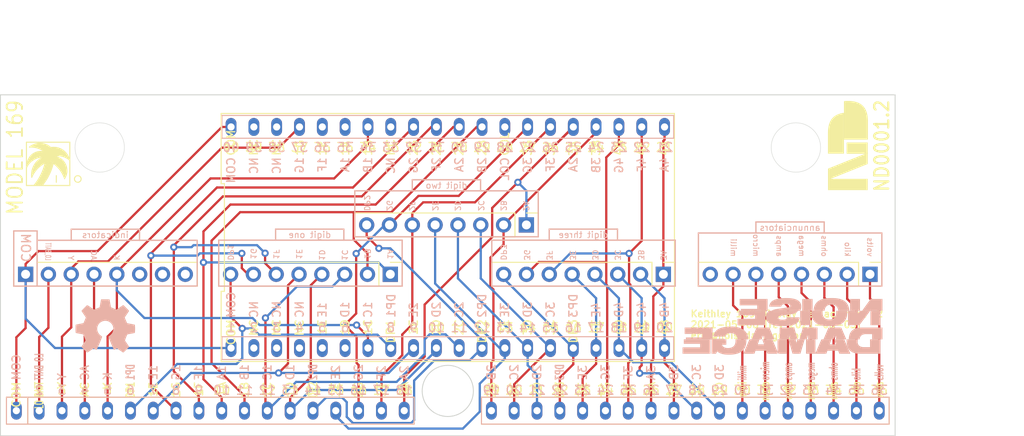
<source format=kicad_pcb>
(kicad_pcb (version 20171130) (host pcbnew "(5.1.10-1-10_14)")
  (layers (0 F.Cu signal) (31 B.Cu signal) (34 B.Paste user) (35 F.Paste user) (36 B.SilkS user) (37 F.SilkS user) (38 B.Mask user) (39 F.Mask user) (44 Edge.Cuts user))
  (net 0 "")
  (net 1 /COM)
  (net 2 /LO_BATT)
  (net 3 /Y)
  (net 4 /AC)
  (net 5 /K)
  (net 6 /DP1)
  (net 7 /1E)
  (net 8 /1G)
  (net 9 /1F)
  (net 10 /1A)
  (net 11 /1B)
  (net 12 /1C)
  (net 13 /1D)
  (net 14 /DP2)
  (net 15 /2E)
  (net 16 /2G)
  (net 17 /2F)
  (net 18 /2A)
  (net 19 /2B)
  (net 20 /2C)
  (net 21 /2D)
  (net 22 /DP3)
  (net 23 /3E)
  (net 24 /3G)
  (net 25 /3F)
  (net 26 /3A)
  (net 27 /3B)
  (net 28 /3C)
  (net 29 /3D)
  (net 30 /milli)
  (net 31 /micro)
  (net 32 /amps)
  (net 33 /mega)
  (net 34 /ohms)
  (net 35 /kilo)
  (net 36 /volts)
  (net 37 "Net-(J2-Pad6)")
  (net 38 "Net-(J2-Pad7)")
  (net 39 "Net-(J2-Pad8)")
  (net 40 "Net-(J6-Pad8)")
  (net 41 "Net-(U1-Pad28)")
  (net 42 "Net-(U1-Pad33)")
  (net 43 "Net-(U1-Pad6)")
  (net 44 "Net-(U1-Pad35)")
  (net 45 "Net-(U1-Pad5)")
  (net 46 "Net-(U1-Pad36)")
  (net 47 "Net-(U1-Pad4)")
  (net 48 "Net-(U1-Pad3)")
  (net 49 "Net-(U1-Pad38)")
  (net 50 "Net-(U1-Pad2)")
  (net 51 "Net-(U1-Pad39)")
  (module 00-LCD-7-Segment-Displays:LCD-A3X1C50TR (layer F.Cu) (at 139.75 102.95)
    (fp_text reference U1 hide)
    (fp_text value LCD-A3X1C50TR/A hide)
    (fp_text user NC (at -16.51 9.028 90) (layer B.SilkS) (effects (font (size 0.9 0.9)) (justify right mirror)))
    (fp_text user 1E (at -13.97 9.028 90) (layer B.SilkS) (effects (font (size 0.9 0.9)) (justify right mirror)))
    (fp_text user 1D (at -11.43 9.028 90) (layer B.SilkS) (effects (font (size 0.9 0.9)) (justify right mirror)))
    (fp_text user COM (at -24.13 9.028 -90) (layer F.SilkS) (effects (font (size 0.9 0.9)) (justify right)))
    (fp_text user 4C (at 21.59 9.028 -90) (layer F.SilkS) (effects (font (size 0.9 0.9)) (justify right)))
    (fp_text user 2D (at -1.27 9.028 -90) (layer F.SilkS) (effects (font (size 0.9 0.9)) (justify right)))
    (fp_text user NC (at -21.59 9.028 -90) (layer F.SilkS) (effects (font (size 0.9 0.9)) (justify right)))
    (fp_text user 4E (at 16.51 9.028 -90) (layer F.SilkS) (effects (font (size 0.9 0.9)) (justify right)))
    (fp_text user 2C (at 1.27 9.028 -90) (layer F.SilkS) (effects (font (size 0.9 0.9)) (justify right)))
    (fp_text user 4B (at 24.13 9.028 -90) (layer F.SilkS) (effects (font (size 0.9 0.9)) (justify right)))
    (fp_text user 2E (at -3.81 9.028 -90) (layer F.SilkS) (effects (font (size 0.9 0.9)) (justify right)))
    (fp_text user 1C (at -8.89 9.028 -90) (layer F.SilkS) (effects (font (size 0.9 0.9)) (justify right)))
    (fp_text user 3E (at 6.35 9.028 -90) (layer F.SilkS) (effects (font (size 0.9 0.9)) (justify right)))
    (fp_text user 4D (at 19.05 9.028 -90) (layer F.SilkS) (effects (font (size 0.9 0.9)) (justify right)))
    (fp_text user 3C (at 11.43 9.028 -90) (layer F.SilkS) (effects (font (size 0.9 0.9)) (justify right)))
    (fp_text user NC (at -19.05 9.028 -90) (layer F.SilkS) (effects (font (size 0.9 0.9)) (justify right)))
    (fp_text user DP1 (at -6.35 9.028 -90) (layer F.SilkS) (effects (font (size 0.9 0.9)) (justify right)))
    (fp_text user 3D (at 8.89 9.028 -90) (layer F.SilkS) (effects (font (size 0.9 0.9)) (justify right)))
    (fp_text user DP3 (at 13.97 9.028 -90) (layer F.SilkS) (effects (font (size 0.9 0.9)) (justify right)))
    (fp_text user 1D (at -11.43 9.028 -90) (layer F.SilkS) (effects (font (size 0.9 0.9)) (justify right)))
    (fp_text user 1E (at -13.97 9.028 -90) (layer F.SilkS) (effects (font (size 0.9 0.9)) (justify right)))
    (fp_text user NC (at -16.51 9.028 -90) (layer F.SilkS) (effects (font (size 0.9 0.9)) (justify right)))
    (fp_text user DP2 (at 3.81 9.028 -90) (layer F.SilkS) (effects (font (size 0.9 0.9)) (justify right)))
    (fp_text user 14 (at 8.89 10.044) (layer F.SilkS))
    (fp_text user 19 (at 21.59 10.044) (layer F.SilkS))
    (fp_text user 10 (at -1.27 10.044) (layer F.SilkS))
    (fp_text user 5 (at -13.97 10.044) (layer F.SilkS))
    (fp_text user 4 (at -16.51 10.044) (layer F.SilkS))
    (fp_text user 3 (at -19.05 10.044) (layer F.SilkS))
    (fp_text user 2 (at -21.59 10.044) (layer F.SilkS))
    (fp_text user 1 (at -24.13 10.044) (layer F.SilkS))
    (fp_text user 9 (at -3.81 10.044) (layer F.SilkS))
    (fp_text user 20 (at 24.13 10.044) (layer F.SilkS))
    (fp_text user 17 (at 16.51 10.044) (layer F.SilkS))
    (fp_text user 16 (at 13.97 10.044) (layer F.SilkS))
    (fp_text user 18 (at 19.05 10.044) (layer F.SilkS))
    (fp_text user 15 (at 11.43 10.044) (layer F.SilkS))
    (fp_text user 12 (at 3.81 10.044) (layer F.SilkS))
    (fp_text user 11 (at 1.27 10.044) (layer F.SilkS))
    (fp_text user 13 (at 6.35 10.044) (layer F.SilkS))
    (fp_text user 8 (at -6.35 10.044) (layer F.SilkS))
    (fp_text user 7 (at -8.89 10.044) (layer F.SilkS))
    (fp_text user 6 (at -11.43 10.044) (layer F.SilkS))
    (fp_text user COL (at 6.35 -9.028 -90) (layer F.SilkS) (effects (font (size 0.9 0.9)) (justify left)))
    (fp_text user 4F (at 21.59 -9.028 -90) (layer F.SilkS) (effects (font (size 0.9 0.9)) (justify left)))
    (fp_text user 3B (at 16.51 -9.028 -90) (layer F.SilkS) (effects (font (size 0.9 0.9)) (justify left)))
    (fp_text user 2F (at -1.27 -9.028 -90) (layer F.SilkS) (effects (font (size 0.9 0.9)) (justify left)))
    (fp_text user 1B (at -8.89 -9.028 -90) (layer F.SilkS) (effects (font (size 0.9 0.9)) (justify left)))
    (fp_text user COM (at -24.13 -9.028 -90) (layer F.SilkS) (effects (font (size 0.9 0.9)) (justify left)))
    (fp_text user 4A (at 24.13 -9.028 -90) (layer F.SilkS) (effects (font (size 0.9 0.9)) (justify left)))
    (fp_text user NC (at -6.35 -9.028 -90) (layer F.SilkS) (effects (font (size 0.9 0.9)) (justify left)))
    (fp_text user 2G (at -3.81 -9.028 -90) (layer F.SilkS) (effects (font (size 0.9 0.9)) (justify left)))
    (fp_text user 1G (at -16.51 -9.028 -90) (layer F.SilkS) (effects (font (size 0.9 0.9)) (justify left)))
    (fp_text user 2A (at 1.27 -9.028 -90) (layer F.SilkS) (effects (font (size 0.9 0.9)) (justify left)))
    (fp_text user 40 (at -24.13 -10.044) (layer F.SilkS))
    (fp_text user 39 (at -21.59 -10.044) (layer F.SilkS))
    (fp_text user 3F (at 11.43 -9.028 -90) (layer F.SilkS) (effects (font (size 0.9 0.9)) (justify left)))
    (fp_text user 37 (at -16.51 -10.044) (layer F.SilkS))
    (fp_text user 38 (at -19.05 -10.044) (layer F.SilkS))
    (fp_text user 36 (at -13.97 -10.044) (layer F.SilkS))
    (fp_text user 35 (at -11.43 -10.044) (layer F.SilkS))
    (fp_text user 2B (at 3.81 -9.028 -90) (layer F.SilkS) (effects (font (size 0.9 0.9)) (justify left)))
    (fp_text user NC (at -21.59 -9.028 -90) (layer F.SilkS) (effects (font (size 0.9 0.9)) (justify left)))
    (fp_text user 4G (at 19.05 -9.028 -90) (layer F.SilkS) (effects (font (size 0.9 0.9)) (justify left)))
    (fp_text user 3A (at 13.97 -9.028 -90) (layer F.SilkS) (effects (font (size 0.9 0.9)) (justify left)))
    (fp_text user 3G (at 8.89 -9.028 -90) (layer F.SilkS) (effects (font (size 0.9 0.9)) (justify left)))
    (fp_text user 1A (at -11.43 -9.028 -90) (layer F.SilkS) (effects (font (size 0.9 0.9)) (justify left)))
    (fp_text user 1F (at -13.97 -9.028 -90) (layer F.SilkS) (effects (font (size 0.9 0.9)) (justify left)))
    (fp_text user NC (at -19.05 -9.028 -90) (layer F.SilkS) (effects (font (size 0.9 0.9)) (justify left)))
    (fp_text user 27 (at 8.89 -10.044) (layer F.SilkS))
    (fp_text user 24 (at 16.51 -10.044) (layer F.SilkS))
    (fp_text user 34 (at -8.89 -10.044) (layer F.SilkS))
    (fp_text user 26 (at 11.43 -10.044) (layer F.SilkS))
    (fp_text user 28 (at 6.35 -10.044) (layer F.SilkS))
    (fp_text user 33 (at -6.35 -10.044) (layer F.SilkS))
    (fp_text user 32 (at -3.81 -10.044) (layer F.SilkS))
    (fp_text user 22 (at 21.59 -10.044) (layer F.SilkS))
    (fp_text user 21 (at 24.13 -10.044) (layer F.SilkS))
    (fp_text user 25 (at 13.97 -10.044) (layer F.SilkS))
    (fp_text user 29 (at 3.81 -10.044) (layer F.SilkS))
    (fp_text user 31 (at -1.27 -10.044) (layer F.SilkS))
    (fp_text user 23 (at 19.05 -10.044) (layer F.SilkS))
    (fp_text user 30 (at 1.27 -10.044) (layer F.SilkS))
    (fp_text user 1 (at -24.13 10.044) (layer B.SilkS) (effects (justify mirror)))
    (fp_text user 2 (at -21.59 10.044) (layer B.SilkS) (effects (justify mirror)))
    (fp_text user 3 (at -19.05 10.044) (layer B.SilkS) (effects (justify mirror)))
    (fp_text user 4 (at -16.51 10.044) (layer B.SilkS) (effects (justify mirror)))
    (fp_text user 5 (at -13.97 10.044) (layer B.SilkS) (effects (justify mirror)))
    (fp_text user 6 (at -11.43 10.044) (layer B.SilkS) (effects (justify mirror)))
    (fp_text user 7 (at -8.89 10.044) (layer B.SilkS) (effects (justify mirror)))
    (fp_text user 8 (at -6.35 10.044) (layer B.SilkS) (effects (justify mirror)))
    (fp_text user 9 (at -3.81 10.044) (layer B.SilkS) (effects (justify mirror)))
    (fp_text user 10 (at -1.27 10.044) (layer B.SilkS) (effects (justify mirror)))
    (fp_text user 11 (at 1.27 10.044) (layer B.SilkS) (effects (justify mirror)))
    (fp_text user 12 (at 3.81 10.044) (layer B.SilkS) (effects (justify mirror)))
    (fp_text user 13 (at 6.35 10.044) (layer B.SilkS) (effects (justify mirror)))
    (fp_text user 14 (at 8.89 10.044) (layer B.SilkS) (effects (justify mirror)))
    (fp_text user 15 (at 11.43 10.044) (layer B.SilkS) (effects (justify mirror)))
    (fp_text user 16 (at 13.97 10.044) (layer B.SilkS) (effects (justify mirror)))
    (fp_text user 17 (at 16.51 10.044) (layer B.SilkS) (effects (justify mirror)))
    (fp_text user 18 (at 19.05 10.044) (layer B.SilkS) (effects (justify mirror)))
    (fp_text user 19 (at 21.59 10.044) (layer B.SilkS) (effects (justify mirror)))
    (fp_text user 20 (at 24.13 10.044) (layer B.SilkS) (effects (justify mirror)))
    (fp_text user 21 (at 24.13 -10.044) (layer B.SilkS) (effects (justify mirror)))
    (fp_text user 22 (at 21.59 -10.044) (layer B.SilkS) (effects (justify mirror)))
    (fp_text user 23 (at 19.05 -10.044) (layer B.SilkS) (effects (justify mirror)))
    (fp_text user 24 (at 16.51 -10.044) (layer B.SilkS) (effects (justify mirror)))
    (fp_text user 25 (at 13.97 -10.044) (layer B.SilkS) (effects (justify mirror)))
    (fp_text user 26 (at 11.43 -10.044) (layer B.SilkS) (effects (justify mirror)))
    (fp_text user 27 (at 8.89 -10.044) (layer B.SilkS) (effects (justify mirror)))
    (fp_text user 28 (at 6.35 -10.044) (layer B.SilkS) (effects (justify mirror)))
    (fp_text user 29 (at 3.81 -10.044) (layer B.SilkS) (effects (justify mirror)))
    (fp_text user 30 (at 1.27 -10.044) (layer B.SilkS) (effects (justify mirror)))
    (fp_text user 31 (at -1.27 -10.044) (layer B.SilkS) (effects (justify mirror)))
    (fp_text user 32 (at -3.81 -10.044) (layer B.SilkS) (effects (justify mirror)))
    (fp_text user 33 (at -6.35 -10.044) (layer B.SilkS) (effects (justify mirror)))
    (fp_text user 34 (at -8.89 -10.044) (layer B.SilkS) (effects (justify mirror)))
    (fp_text user 35 (at -11.43 -10.044) (layer B.SilkS) (effects (justify mirror)))
    (fp_text user 36 (at -13.97 -10.044) (layer B.SilkS) (effects (justify mirror)))
    (fp_text user 37 (at -16.51 -10.044) (layer B.SilkS) (effects (justify mirror)))
    (fp_text user 38 (at -19.05 -10.044) (layer B.SilkS) (effects (justify mirror)))
    (fp_text user 39 (at -21.59 -10.044) (layer B.SilkS) (effects (justify mirror)))
    (fp_text user 40 (at -24.13 -10.044) (layer B.SilkS) (effects (justify mirror)))
    (fp_text user COM (at -24.13 -9.028 90) (layer B.SilkS) (effects (font (size 0.9 0.9)) (justify left mirror)))
    (fp_text user NC (at -21.59 -9.028 90) (layer B.SilkS) (effects (font (size 0.9 0.9)) (justify left mirror)))
    (fp_text user NC (at -19.05 -9.028 90) (layer B.SilkS) (effects (font (size 0.9 0.9)) (justify left mirror)))
    (fp_text user 1G (at -16.51 -9.028 90) (layer B.SilkS) (effects (font (size 0.9 0.9)) (justify left mirror)))
    (fp_text user 1F (at -13.97 -9 90) (layer B.SilkS) (effects (font (size 0.9 0.9)) (justify left mirror)))
    (fp_text user 1A (at -11.43 -9.028 90) (layer B.SilkS) (effects (font (size 0.9 0.9)) (justify left mirror)))
    (fp_text user 1B (at -8.89 -9.028 90) (layer B.SilkS) (effects (font (size 0.9 0.9)) (justify left mirror)))
    (fp_text user NC (at -6.35 -9.028 90) (layer B.SilkS) (effects (font (size 0.9 0.9)) (justify left mirror)))
    (fp_text user 2G (at -3.81 -9.028 90) (layer B.SilkS) (effects (font (size 0.9 0.9)) (justify left mirror)))
    (fp_text user 2F (at -1.27 -9.028 90) (layer B.SilkS) (effects (font (size 0.9 0.9)) (justify left mirror)))
    (fp_text user 2A (at 1.27 -9.028 90) (layer B.SilkS) (effects (font (size 0.9 0.9)) (justify left mirror)))
    (fp_text user 2B (at 3.81 -9.028 90) (layer B.SilkS) (effects (font (size 0.9 0.9)) (justify left mirror)))
    (fp_text user COL (at 6.35 -9.028 90) (layer B.SilkS) (effects (font (size 0.9 0.9)) (justify left mirror)))
    (fp_text user 3G (at 8.89 -9.028 90) (layer B.SilkS) (effects (font (size 0.9 0.9)) (justify left mirror)))
    (fp_text user 3F (at 11.43 -9.028 90) (layer B.SilkS) (effects (font (size 0.9 0.9)) (justify left mirror)))
    (fp_text user 2A (at 13.97 -9.028 90) (layer B.SilkS) (effects (font (size 0.9 0.9)) (justify left mirror)))
    (fp_text user 3B (at 16.51 -9.028 90) (layer B.SilkS) (effects (font (size 0.9 0.9)) (justify left mirror)))
    (fp_text user 4G (at 19.05 -9.028 90) (layer B.SilkS) (effects (font (size 0.9 0.9)) (justify left mirror)))
    (fp_text user 4F (at 21.59 -9.028 90) (layer B.SilkS) (effects (font (size 0.9 0.9)) (justify left mirror)))
    (fp_text user 4A (at 24.13 -9.028 90) (layer B.SilkS) (effects (font (size 0.9 0.9)) (justify left mirror)))
    (fp_text user 4B (at 24.13 9.028 90) (layer B.SilkS) (effects (font (size 0.9 0.9)) (justify right mirror)))
    (fp_text user 4C (at 21.59 9.028 90) (layer B.SilkS) (effects (font (size 0.9 0.9)) (justify right mirror)))
    (fp_text user 4D (at 19.05 9.028 90) (layer B.SilkS) (effects (font (size 0.9 0.9)) (justify right mirror)))
    (fp_text user 4E (at 16.51 9.028 90) (layer B.SilkS) (effects (font (size 0.9 0.9)) (justify right mirror)))
    (fp_text user DP3 (at 13.97 9.028 90) (layer B.SilkS) (effects (font (size 0.9 0.9)) (justify right mirror)))
    (fp_text user 3C (at 11.43 9.028 90) (layer B.SilkS) (effects (font (size 0.9 0.9)) (justify right mirror)))
    (fp_text user 3D (at 8.89 9.028 90) (layer B.SilkS) (effects (font (size 0.9 0.9)) (justify right mirror)))
    (fp_text user 3E (at 6.35 9.028 90) (layer B.SilkS) (effects (font (size 0.9 0.9)) (justify right mirror)))
    (fp_text user DP2 (at 3.81 9.028 90) (layer B.SilkS) (effects (font (size 0.9 0.9)) (justify right mirror)))
    (fp_text user 2C (at 1.27 9.028 90) (layer B.SilkS) (effects (font (size 0.9 0.9)) (justify right mirror)))
    (fp_text user 2D (at -1.27 9.028 90) (layer B.SilkS) (effects (font (size 0.9 0.9)) (justify right mirror)))
    (fp_text user 2E (at -3.81 9.028 90) (layer B.SilkS) (effects (font (size 0.9 0.9)) (justify right mirror)))
    (fp_text user DP1 (at -6.3 9.028 90) (layer B.SilkS) (effects (font (size 0.9 0.9)) (justify right mirror)))
    (fp_text user 1C (at -8.89 9.028 90) (layer B.SilkS) (effects (font (size 0.9 0.9)) (justify right mirror)))
    (fp_text user NC (at -19.05 9.028 90) (layer B.SilkS) (effects (font (size 0.9 0.9)) (justify right mirror)))
    (fp_text user NC (at -21.59 9.028 90) (layer B.SilkS) (effects (font (size 0.9 0.9)) (justify right mirror)))
    (fp_text user COM (at -24.13 9.028 90) (layer B.SilkS) (effects (font (size 0.9 0.9)) (justify right mirror)))
    (pad 40 thru_hole oval (at -24.13 -12.32) (size 1.2 2) (drill 0.8) (layers *.Cu *.Mask) (net 1 /COM))
    (pad 1 thru_hole oval (at -24.13 12.32) (size 1.2 2) (drill 0.8) (layers *.Cu *.Mask) (net 1 /COM))
    (pad 39 thru_hole oval (at -21.59 -12.32) (size 1.2 2) (drill 0.8) (layers *.Cu *.Mask) (net 51 "Net-(U1-Pad39)"))
    (pad 2 thru_hole oval (at -21.59 12.32) (size 1.2 2) (drill 0.8) (layers *.Cu *.Mask) (net 50 "Net-(U1-Pad2)"))
    (pad 38 thru_hole oval (at -19.05 -12.32) (size 1.2 2) (drill 0.8) (layers *.Cu *.Mask) (net 49 "Net-(U1-Pad38)"))
    (pad 3 thru_hole oval (at -19.05 12.32) (size 1.2 2) (drill 0.8) (layers *.Cu *.Mask) (net 48 "Net-(U1-Pad3)"))
    (pad 37 thru_hole oval (at -16.51 -12.32) (size 1.2 2) (drill 0.8) (layers *.Cu *.Mask) (net 3 /Y))
    (pad 4 thru_hole oval (at -16.51 12.32) (size 1.2 2) (drill 0.8) (layers *.Cu *.Mask) (net 47 "Net-(U1-Pad4)"))
    (pad 36 thru_hole oval (at -13.97 -12.32) (size 1.2 2) (drill 0.8) (layers *.Cu *.Mask) (net 46 "Net-(U1-Pad36)"))
    (pad 5 thru_hole oval (at -13.97 12.32) (size 1.2 2) (drill 0.8) (layers *.Cu *.Mask) (net 45 "Net-(U1-Pad5)"))
    (pad 35 thru_hole oval (at -11.43 -12.32) (size 1.2 2) (drill 0.8) (layers *.Cu *.Mask) (net 44 "Net-(U1-Pad35)"))
    (pad 6 thru_hole oval (at -11.43 12.32) (size 1.2 2) (drill 0.8) (layers *.Cu *.Mask) (net 43 "Net-(U1-Pad6)"))
    (pad 34 thru_hole oval (at -8.89 -12.32) (size 1.2 2) (drill 0.8) (layers *.Cu *.Mask) (net 5 /K))
    (pad 7 thru_hole oval (at -8.89 12.32) (size 1.2 2) (drill 0.8) (layers *.Cu *.Mask) (net 5 /K))
    (pad 33 thru_hole oval (at -6.35 -12.32) (size 1.2 2) (drill 0.8) (layers *.Cu *.Mask) (net 42 "Net-(U1-Pad33)"))
    (pad 8 thru_hole oval (at -6.35 12.32) (size 1.2 2) (drill 0.8) (layers *.Cu *.Mask) (net 6 /DP1))
    (pad 32 thru_hole oval (at -3.81 -12.32) (size 1.2 2) (drill 0.8) (layers *.Cu *.Mask) (net 8 /1G))
    (pad 9 thru_hole oval (at -3.81 12.32) (size 1.2 2) (drill 0.8) (layers *.Cu *.Mask) (net 7 /1E))
    (pad 31 thru_hole oval (at -1.27 -12.32) (size 1.2 2) (drill 0.8) (layers *.Cu *.Mask) (net 9 /1F))
    (pad 10 thru_hole oval (at -1.27 12.32) (size 1.2 2) (drill 0.8) (layers *.Cu *.Mask) (net 13 /1D))
    (pad 30 thru_hole oval (at 1.27 -12.32) (size 1.2 2) (drill 0.8) (layers *.Cu *.Mask) (net 10 /1A))
    (pad 11 thru_hole oval (at 1.27 12.32) (size 1.2 2) (drill 0.8) (layers *.Cu *.Mask) (net 12 /1C))
    (pad 29 thru_hole oval (at 3.81 -12.32) (size 1.2 2) (drill 0.8) (layers *.Cu *.Mask) (net 11 /1B))
    (pad 12 thru_hole oval (at 3.81 12.32) (size 1.2 2) (drill 0.8) (layers *.Cu *.Mask) (net 14 /DP2))
    (pad 28 thru_hole oval (at 6.35 -12.32) (size 1.2 2) (drill 0.8) (layers *.Cu *.Mask) (net 41 "Net-(U1-Pad28)"))
    (pad 13 thru_hole oval (at 6.35 12.32) (size 1.2 2) (drill 0.8) (layers *.Cu *.Mask) (net 15 /2E))
    (pad 27 thru_hole oval (at 8.89 -12.32) (size 1.2 2) (drill 0.8) (layers *.Cu *.Mask) (net 16 /2G))
    (pad 14 thru_hole oval (at 8.89 12.32) (size 1.2 2) (drill 0.8) (layers *.Cu *.Mask) (net 21 /2D))
    (pad 26 thru_hole oval (at 11.43 -12.32) (size 1.2 2) (drill 0.8) (layers *.Cu *.Mask) (net 17 /2F))
    (pad 15 thru_hole oval (at 11.43 12.32) (size 1.2 2) (drill 0.8) (layers *.Cu *.Mask) (net 20 /2C))
    (pad 25 thru_hole oval (at 13.97 -12.32) (size 1.2 2) (drill 0.8) (layers *.Cu *.Mask) (net 18 /2A))
    (pad 16 thru_hole oval (at 13.97 12.32) (size 1.2 2) (drill 0.8) (layers *.Cu *.Mask) (net 22 /DP3))
    (pad 24 thru_hole oval (at 16.51 -12.32) (size 1.2 2) (drill 0.8) (layers *.Cu *.Mask) (net 19 /2B))
    (pad 17 thru_hole oval (at 16.51 12.32) (size 1.2 2) (drill 0.8) (layers *.Cu *.Mask) (net 23 /3E))
    (pad 23 thru_hole oval (at 19.05 -12.32) (size 1.2 2) (drill 0.8) (layers *.Cu *.Mask) (net 24 /3G))
    (pad 18 thru_hole oval (at 19.05 12.32) (size 1.2 2) (drill 0.8) (layers *.Cu *.Mask) (net 29 /3D))
    (pad 22 thru_hole oval (at 21.59 -12.32) (size 1.2 2) (drill 0.8) (layers *.Cu *.Mask) (net 25 /3F))
    (pad 19 thru_hole oval (at 21.59 12.32) (size 1.2 2) (drill 0.8) (layers *.Cu *.Mask) (net 28 /3C))
    (pad 21 thru_hole oval (at 24.13 -12.32) (size 1.2 2) (drill 0.8) (layers *.Cu *.Mask) (net 26 /3A))
    (pad 20 thru_hole oval (at 24.13 12.32) (size 1.2 2) (drill 0.8) (layers *.Cu *.Mask) (net 27 /3B))
  )
  (module Symbol:OSHW-Symbol_6.7x6mm_SilkScreen (layer B.Cu) (at 101.63 112.82 180)
    (fp_text reference REF** hide)
    (fp_text value OSHW-Symbol_6.7x6mm_SilkScreen hide)
  )
  (module 00-noisedamage-logos:noisedamage-logo-split-text-25p (layer B.Cu) (at 188.14 109.7 180)
    (fp_text reference ~ hide)
    (fp_text value ~ hide)
  )
  (module 00-noisedamage-logos:noisedamage-logo-split-text-initials-50p (layer F.Cu) (at 182.07 97.67 90)
    (fp_text reference ~ hide)
    (fp_text value ~ hide)
  )
  (module Connector_PinHeader_2.54mm:PinHeader_1x08_P2.54mm_Vertical (layer F.Cu) (at 186.75 107.05 270)
    (fp_text reference J6 hide)
    (fp_text value An hide)
    (pad 1 thru_hole rect (at 0 0 270) (size 1.7 1.7) (drill 1) (layers *.Cu *.Mask) (net 36 /volts))
    (pad 2 thru_hole oval (at 0 2.54 270) (size 1.7 1.7) (drill 1) (layers *.Cu *.Mask) (net 35 /kilo))
    (pad 3 thru_hole oval (at 0 5.08 270) (size 1.7 1.7) (drill 1) (layers *.Cu *.Mask) (net 34 /ohms))
    (pad 4 thru_hole oval (at 0 7.62 270) (size 1.7 1.7) (drill 1) (layers *.Cu *.Mask) (net 33 /mega))
    (pad 5 thru_hole oval (at 0 10.16 270) (size 1.7 1.7) (drill 1) (layers *.Cu *.Mask) (net 32 /amps))
    (pad 6 thru_hole oval (at 0 12.7 270) (size 1.7 1.7) (drill 1) (layers *.Cu *.Mask) (net 31 /micro))
    (pad 7 thru_hole oval (at 0 15.24 270) (size 1.7 1.7) (drill 1) (layers *.Cu *.Mask) (net 30 /milli))
    (pad 8 thru_hole oval (at 0 17.78 270) (size 1.7 1.7) (drill 1) (layers *.Cu *.Mask) (net 40 "Net-(J6-Pad8)"))
  )
  (module Connector_PinHeader_2.54mm:PinHeader_1x08_P2.54mm_Vertical (layer F.Cu) (at 163.75 107.05 270)
    (fp_text reference J5 hide)
    (fp_text value Dig3 hide)
    (pad 1 thru_hole rect (at 0 0 270) (size 1.7 1.7) (drill 1) (layers *.Cu *.Mask) (net 26 /3A))
    (pad 2 thru_hole oval (at 0 2.54 270) (size 1.7 1.7) (drill 1) (layers *.Cu *.Mask) (net 27 /3B))
    (pad 3 thru_hole oval (at 0 5.08 270) (size 1.7 1.7) (drill 1) (layers *.Cu *.Mask) (net 28 /3C))
    (pad 4 thru_hole oval (at 0 7.62 270) (size 1.7 1.7) (drill 1) (layers *.Cu *.Mask) (net 29 /3D))
    (pad 5 thru_hole oval (at 0 10.16 270) (size 1.7 1.7) (drill 1) (layers *.Cu *.Mask) (net 23 /3E))
    (pad 6 thru_hole oval (at 0 12.7 270) (size 1.7 1.7) (drill 1) (layers *.Cu *.Mask) (net 25 /3F))
    (pad 7 thru_hole oval (at 0 15.24 270) (size 1.7 1.7) (drill 1) (layers *.Cu *.Mask) (net 24 /3G))
    (pad 8 thru_hole oval (at 0 17.78 270) (size 1.7 1.7) (drill 1) (layers *.Cu *.Mask) (net 22 /DP3))
  )
  (module Connector_PinHeader_2.54mm:PinHeader_1x08_P2.54mm_Vertical (layer F.Cu) (at 148.5 101.55 270)
    (fp_text reference J4 hide)
    (fp_text value Dig2 hide)
    (pad 1 thru_hole rect (at 0 0 270) (size 1.7 1.7) (drill 1) (layers *.Cu *.Mask) (net 18 /2A))
    (pad 2 thru_hole oval (at 0 2.54 270) (size 1.7 1.7) (drill 1) (layers *.Cu *.Mask) (net 19 /2B))
    (pad 3 thru_hole oval (at 0 5.08 270) (size 1.7 1.7) (drill 1) (layers *.Cu *.Mask) (net 20 /2C))
    (pad 4 thru_hole oval (at 0 7.62 270) (size 1.7 1.7) (drill 1) (layers *.Cu *.Mask) (net 21 /2D))
    (pad 5 thru_hole oval (at 0 10.16 270) (size 1.7 1.7) (drill 1) (layers *.Cu *.Mask) (net 15 /2E))
    (pad 6 thru_hole oval (at 0 12.7 270) (size 1.7 1.7) (drill 1) (layers *.Cu *.Mask) (net 17 /2F))
    (pad 7 thru_hole oval (at 0 15.24 270) (size 1.7 1.7) (drill 1) (layers *.Cu *.Mask) (net 16 /2G))
    (pad 8 thru_hole oval (at 0 17.78 270) (size 1.7 1.7) (drill 1) (layers *.Cu *.Mask) (net 14 /DP2))
  )
  (module Connector_PinHeader_2.54mm:PinHeader_1x08_P2.54mm_Vertical (layer F.Cu) (at 133.35 107.05 270)
    (fp_text reference J3 hide)
    (fp_text value Dig1 hide)
    (pad 1 thru_hole rect (at 0 0 270) (size 1.7 1.7) (drill 1) (layers *.Cu *.Mask) (net 10 /1A))
    (pad 2 thru_hole oval (at 0 2.54 270) (size 1.7 1.7) (drill 1) (layers *.Cu *.Mask) (net 11 /1B))
    (pad 3 thru_hole oval (at 0 5.08 270) (size 1.7 1.7) (drill 1) (layers *.Cu *.Mask) (net 12 /1C))
    (pad 4 thru_hole oval (at 0 7.62 270) (size 1.7 1.7) (drill 1) (layers *.Cu *.Mask) (net 13 /1D))
    (pad 5 thru_hole oval (at 0 10.16 270) (size 1.7 1.7) (drill 1) (layers *.Cu *.Mask) (net 7 /1E))
    (pad 6 thru_hole oval (at 0 12.7 270) (size 1.7 1.7) (drill 1) (layers *.Cu *.Mask) (net 9 /1F))
    (pad 7 thru_hole oval (at 0 15.24 270) (size 1.7 1.7) (drill 1) (layers *.Cu *.Mask) (net 8 /1G))
    (pad 8 thru_hole oval (at 0 17.78 270) (size 1.7 1.7) (drill 1) (layers *.Cu *.Mask) (net 6 /DP1))
  )
  (module Connector_PinHeader_2.54mm:PinHeader_1x08_P2.54mm_Vertical (layer F.Cu) (at 92.75 107.05 90)
    (fp_text reference J2 hide)
    (fp_text value Util hide)
    (pad 1 thru_hole rect (at 0 0 90) (size 1.7 1.7) (drill 1) (layers *.Cu *.Mask) (net 1 /COM))
    (pad 2 thru_hole oval (at 0 2.54 90) (size 1.7 1.7) (drill 1) (layers *.Cu *.Mask) (net 2 /LO_BATT))
    (pad 3 thru_hole oval (at 0 5.08 90) (size 1.7 1.7) (drill 1) (layers *.Cu *.Mask) (net 3 /Y))
    (pad 4 thru_hole oval (at 0 7.62 90) (size 1.7 1.7) (drill 1) (layers *.Cu *.Mask) (net 4 /AC))
    (pad 5 thru_hole oval (at 0 10.16 90) (size 1.7 1.7) (drill 1) (layers *.Cu *.Mask) (net 5 /K))
    (pad 6 thru_hole oval (at 0 12.7 90) (size 1.7 1.7) (drill 1) (layers *.Cu *.Mask) (net 37 "Net-(J2-Pad6)"))
    (pad 7 thru_hole oval (at 0 15.24 90) (size 1.7 1.7) (drill 1) (layers *.Cu *.Mask) (net 38 "Net-(J2-Pad7)"))
    (pad 8 thru_hole oval (at 0 17.78 90) (size 1.7 1.7) (drill 1) (layers *.Cu *.Mask) (net 39 "Net-(J2-Pad8)"))
  )
  (module 00-LCD-7-Segment-Displays:K169_LCD_Header_narrow (layer F.Cu) (at 139.75 122.25)
    (fp_text reference J1 hide)
    (fp_text value K169_LCD_Headers hide)
    (fp_text user 1 (at -48.03 -2.286) (layer F.SilkS))
    (fp_text user 2 (at -45.49 -2.286) (layer F.SilkS))
    (fp_text user 3 (at -42.95 -2.286) (layer F.SilkS))
    (fp_text user 4 (at -40.41 -2.286) (layer F.SilkS))
    (fp_text user 5 (at -37.87 -2.286) (layer F.SilkS))
    (fp_text user 6 (at -35.33 -2.286) (layer F.SilkS))
    (fp_text user 7 (at -32.79 -2.286) (layer F.SilkS))
    (fp_text user 8 (at -30.25 -2.286) (layer F.SilkS))
    (fp_text user 9 (at -27.71 -2.286) (layer F.SilkS))
    (fp_text user 10 (at -25.17 -2.286) (layer F.SilkS))
    (fp_text user 11 (at -22.63 -2.286) (layer F.SilkS))
    (fp_text user 12 (at -20.09 -2.286) (layer F.SilkS))
    (fp_text user 13 (at -17.55 -2.286) (layer F.SilkS))
    (fp_text user 14 (at -15.01 -2.286) (layer F.SilkS))
    (fp_text user 15 (at -12.47 -2.286) (layer F.SilkS))
    (fp_text user 16 (at -9.93 -2.286) (layer F.SilkS))
    (fp_text user 17 (at -7.39 -2.286) (layer F.SilkS))
    (fp_text user 18 (at -4.85 -2.286) (layer F.SilkS))
    (fp_text user 19 (at 4.85 -2.286) (layer F.SilkS))
    (fp_text user 20 (at 7.39 -2.286) (layer F.SilkS))
    (fp_text user 21 (at 9.93 -2.286) (layer F.SilkS))
    (fp_text user 22 (at 12.47 -2.286) (layer F.SilkS))
    (fp_text user 23 (at 15.01 -2.286) (layer F.SilkS))
    (fp_text user 24 (at 17.55 -2.286) (layer F.SilkS))
    (fp_text user 25 (at 20.09 -2.286) (layer F.SilkS))
    (fp_text user 26 (at 22.63 -2.286) (layer F.SilkS))
    (fp_text user 27 (at 25.17 -2.286) (layer F.SilkS))
    (fp_text user 28 (at 27.71 -2.286) (layer F.SilkS))
    (fp_text user 29 (at 30.25 -2.286) (layer F.SilkS))
    (fp_text user 30 (at 32.79 -2.286) (layer F.SilkS))
    (fp_text user 31 (at 35.33 -2.286) (layer F.SilkS))
    (fp_text user 32 (at 37.87 -2.286) (layer F.SilkS))
    (fp_text user 33 (at 40.41 -2.286) (layer F.SilkS))
    (fp_text user 34 (at 42.95 -2.286) (layer F.SilkS))
    (fp_text user 35 (at 45.49 -2.286) (layer F.SilkS))
    (fp_text user 36 (at 48.03 -2.286) (layer F.SilkS))
    (fp_text user 23 (at 15.01 -2.286) (layer B.SilkS) (effects (justify mirror)))
    (fp_text user 22 (at 12.47 -2.286) (layer B.SilkS) (effects (justify mirror)))
    (fp_text user 21 (at 9.93 -2.286) (layer B.SilkS) (effects (justify mirror)))
    (fp_text user 20 (at 7.39 -2.286) (layer B.SilkS) (effects (justify mirror)))
    (fp_text user 19 (at 4.85 -2.286) (layer B.SilkS) (effects (justify mirror)))
    (fp_text user 25 (at 20.09 -2.286) (layer B.SilkS) (effects (justify mirror)))
    (fp_text user 24 (at 17.55 -2.286) (layer B.SilkS) (effects (justify mirror)))
    (fp_text user 36 (at 48.03 -2.286) (layer B.SilkS) (effects (justify mirror)))
    (fp_text user 35 (at 45.49 -2.286) (layer B.SilkS) (effects (justify mirror)))
    (fp_text user 34 (at 42.95 -2.286) (layer B.SilkS) (effects (justify mirror)))
    (fp_text user 33 (at 40.41 -2.286) (layer B.SilkS) (effects (justify mirror)))
    (fp_text user 32 (at 37.87 -2.286) (layer B.SilkS) (effects (justify mirror)))
    (fp_text user 31 (at 35.33 -2.286) (layer B.SilkS) (effects (justify mirror)))
    (fp_text user 30 (at 32.79 -2.286) (layer B.SilkS) (effects (justify mirror)))
    (fp_text user 29 (at 30.25 -2.286) (layer B.SilkS) (effects (justify mirror)))
    (fp_text user 28 (at 27.71 -2.286) (layer B.SilkS) (effects (justify mirror)))
    (fp_text user 27 (at 25.17 -2.286) (layer B.SilkS) (effects (justify mirror)))
    (fp_text user 26 (at 22.63 -2.286) (layer B.SilkS) (effects (justify mirror)))
    (fp_text user 5 (at -37.87 -2.286) (layer B.SilkS) (effects (justify mirror)))
    (fp_text user 2 (at -45.49 -2.286) (layer B.SilkS) (effects (justify mirror)))
    (fp_text user 3 (at -42.95 -2.286) (layer B.SilkS) (effects (justify mirror)))
    (fp_text user 1 (at -48.03 -2.286) (layer B.SilkS) (effects (justify mirror)))
    (fp_text user 4 (at -40.41 -2.286) (layer B.SilkS) (effects (justify mirror)))
    (fp_text user 8 (at -30.25 -2.286) (layer B.SilkS) (effects (justify mirror)))
    (fp_text user 7 (at -32.79 -2.286) (layer B.SilkS) (effects (justify mirror)))
    (fp_text user 6 (at -35.33 -2.286) (layer B.SilkS) (effects (justify mirror)))
    (fp_text user 9 (at -27.71 -2.286) (layer B.SilkS) (effects (justify mirror)))
    (fp_text user 10 (at -25.17 -2.286) (layer B.SilkS) (effects (justify mirror)))
    (fp_text user 11 (at -22.63 -2.286) (layer B.SilkS) (effects (justify mirror)))
    (fp_text user 12 (at -20.09 -2.286) (layer B.SilkS) (effects (justify mirror)))
    (fp_text user 13 (at -17.55 -2.286) (layer B.SilkS) (effects (justify mirror)))
    (fp_text user 14 (at -15.01 -2.286) (layer B.SilkS) (effects (justify mirror)))
    (fp_text user 16 (at -9.93 -2.286) (layer B.SilkS) (effects (justify mirror)))
    (fp_text user 15 (at -12.47 -2.286) (layer B.SilkS) (effects (justify mirror)))
    (fp_text user 17 (at -7.39 -2.286) (layer B.SilkS) (effects (justify mirror)))
    (fp_text user 18 (at -4.85 -2.286) (layer B.SilkS) (effects (justify mirror)))
    (fp_text user COM (at -48.03 -3.302 90) (layer B.SilkS) (effects (font (size 0.9 0.9)) (justify right mirror)))
    (fp_text user "LO BATT" (at -45.49 -3.302 90) (layer B.SilkS) (effects (font (size 0.9 0.5) (thickness 0.125)) (justify right mirror)))
    (fp_text user Y (at -42.95 -3.302 90) (layer B.SilkS) (effects (font (size 0.9 0.9)) (justify right mirror)))
    (fp_text user AC (at -40.41 -3.302 90) (layer B.SilkS) (effects (font (size 0.9 0.9)) (justify right mirror)))
    (fp_text user K (at -37.87 -3.302 90) (layer B.SilkS) (effects (font (size 0.9 0.9)) (justify right mirror)))
    (fp_text user DP1 (at -35.33 -3.302 90) (layer B.SilkS) (effects (font (size 0.9 0.6)) (justify right mirror)))
    (fp_text user 1E (at -32.79 -3.302 90) (layer B.SilkS) (effects (font (size 0.9 0.9)) (justify right mirror)))
    (fp_text user 1G (at -30.25 -3.302 90) (layer B.SilkS) (effects (font (size 0.9 0.9)) (justify right mirror)))
    (fp_text user 1F (at -27.71 -3.302 90) (layer B.SilkS) (effects (font (size 0.9 0.9)) (justify right mirror)))
    (fp_text user 1A (at -25.17 -3.302 90) (layer B.SilkS) (effects (font (size 0.9 0.9)) (justify right mirror)))
    (fp_text user 1B (at -22.63 -3.302 90) (layer B.SilkS) (effects (font (size 0.9 0.9)) (justify right mirror)))
    (fp_text user 1C (at -20.09 -3.302 90) (layer B.SilkS) (effects (font (size 0.9 0.9)) (justify right mirror)))
    (fp_text user 1D (at -17.55 -3.302 90) (layer B.SilkS) (effects (font (size 0.9 0.9)) (justify right mirror)))
    (fp_text user DP2 (at -15.01 -3.302 90) (layer B.SilkS) (effects (font (size 0.9 0.6)) (justify right mirror)))
    (fp_text user 2E (at -12.47 -3.302 90) (layer B.SilkS) (effects (font (size 0.9 0.9)) (justify right mirror)))
    (fp_text user 2G (at -9.93 -3.302 90) (layer B.SilkS) (effects (font (size 0.9 0.9)) (justify right mirror)))
    (fp_text user 2F (at -7.39 -3.302 90) (layer B.SilkS) (effects (font (size 0.9 0.9)) (justify right mirror)))
    (fp_text user 2A (at -4.85 -3.302 90) (layer B.SilkS) (effects (font (size 0.9 0.9)) (justify right mirror)))
    (fp_text user 2B (at 4.85 -3.302 90) (layer B.SilkS) (effects (font (size 0.9 0.9)) (justify right mirror)))
    (fp_text user 2C (at 7.39 -3.302 90) (layer B.SilkS) (effects (font (size 0.9 0.9)) (justify right mirror)))
    (fp_text user 2D (at 9.93 -3.302 90) (layer B.SilkS) (effects (font (size 0.9 0.9)) (justify right mirror)))
    (fp_text user DP3 (at 12.47 -3.302 90) (layer B.SilkS) (effects (font (size 0.9 0.6)) (justify right mirror)))
    (fp_text user 3E (at 15.01 -3.302 90) (layer B.SilkS) (effects (font (size 0.9 0.9)) (justify right mirror)))
    (fp_text user 3G (at 17.55 -3.302 90) (layer B.SilkS) (effects (font (size 0.9 0.9)) (justify right mirror)))
    (fp_text user 3F (at 20.09 -3.302 90) (layer B.SilkS) (effects (font (size 0.9 0.9)) (justify right mirror)))
    (fp_text user 3A (at 22.63 -3.302 90) (layer B.SilkS) (effects (font (size 0.9 0.9)) (justify right mirror)))
    (fp_text user 3B (at 25.17 -3.302 90) (layer B.SilkS) (effects (font (size 0.9 0.9)) (justify right mirror)))
    (fp_text user 3C (at 27.71 -3.302 90) (layer B.SilkS) (effects (font (size 0.9 0.9)) (justify right mirror)))
    (fp_text user 3D (at 30.25 -3.302 90) (layer B.SilkS) (effects (font (size 0.9 0.9)) (justify right mirror)))
    (fp_text user milli (at 32.79 -3.302 90) (layer B.SilkS) (effects (font (size 0.9 0.5) (thickness 0.125)) (justify right mirror)))
    (fp_text user micro (at 35.33 -3.302 90) (layer B.SilkS) (effects (font (size 0.9 0.5) (thickness 0.125)) (justify right mirror)))
    (fp_text user amps (at 37.87 -3.302 90) (layer B.SilkS) (effects (font (size 0.9 0.5) (thickness 0.125)) (justify right mirror)))
    (fp_text user mega (at 40.41 -3.302 90) (layer B.SilkS) (effects (font (size 0.9 0.5) (thickness 0.125)) (justify right mirror)))
    (fp_text user ohms (at 42.95 -3.302 90) (layer B.SilkS) (effects (font (size 0.9 0.5) (thickness 0.125)) (justify right mirror)))
    (fp_text user kilo (at 45.49 -3.302 90) (layer B.SilkS) (effects (font (size 0.9 0.5) (thickness 0.125)) (justify right mirror)))
    (fp_text user volts (at 48.03 -3.302 90) (layer B.SilkS) (effects (font (size 0.9 0.5) (thickness 0.125)) (justify right mirror)))
    (fp_text user 3G (at 17.55 -3.302 -90) (layer F.SilkS) (effects (font (size 0.9 0.9)) (justify right)))
    (fp_text user 3F (at 20.09 -3.302 -90) (layer F.SilkS) (effects (font (size 0.9 0.9)) (justify right)))
    (fp_text user amps (at 37.87 -3.302 -90) (layer F.SilkS) (effects (font (size 0.9 0.5) (thickness 0.125)) (justify right)))
    (fp_text user mega (at 40.41 -3.302 -90) (layer F.SilkS) (effects (font (size 0.9 0.5) (thickness 0.125)) (justify right)))
    (fp_text user ohms (at 42.95 -3.302 -90) (layer F.SilkS) (effects (font (size 0.9 0.5) (thickness 0.125)) (justify right)))
    (fp_text user 2C (at 7.39 -3.302 -90) (layer F.SilkS) (effects (font (size 0.9 0.9)) (justify right)))
    (fp_text user 2D (at 9.93 -3.302 -90) (layer F.SilkS) (effects (font (size 0.9 0.9)) (justify right)))
    (fp_text user 3A (at 22.63 -3.302 -90) (layer F.SilkS) (effects (font (size 0.9 0.9)) (justify right)))
    (fp_text user 3B (at 25.17 -3.302 -90) (layer F.SilkS) (effects (font (size 0.9 0.9)) (justify right)))
    (fp_text user 3C (at 27.71 -3.302 -90) (layer F.SilkS) (effects (font (size 0.9 0.9)) (justify right)))
    (fp_text user 2B (at 4.85 -3.302 -90) (layer F.SilkS) (effects (font (size 0.9 0.9)) (justify right)))
    (fp_text user 3D (at 30.25 -3.302 -90) (layer F.SilkS) (effects (font (size 0.9 0.9)) (justify right)))
    (fp_text user milli (at 32.79 -3.302 -90) (layer F.SilkS) (effects (font (size 0.9 0.5) (thickness 0.125)) (justify right)))
    (fp_text user micro (at 35.33 -3.302 -90) (layer F.SilkS) (effects (font (size 0.9 0.5) (thickness 0.125)) (justify right)))
    (fp_text user 3E (at 15.01 -3.302 -90) (layer F.SilkS) (effects (font (size 0.9 0.9)) (justify right)))
    (fp_text user DP3 (at 12.47 -3.302 -90) (layer F.SilkS) (effects (font (size 0.9 0.6)) (justify right)))
    (fp_text user kilo (at 45.49 -3.302 -90) (layer F.SilkS) (effects (font (size 0.9 0.5) (thickness 0.125)) (justify right)))
    (fp_text user volts (at 48.03 -3.302 -90) (layer F.SilkS) (effects (font (size 0.9 0.5) (thickness 0.125)) (justify right)))
    (fp_text user DP2 (at -15.01 -3.302 -90) (layer F.SilkS) (effects (font (size 0.9 0.6)) (justify right)))
    (fp_text user 2E (at -12.47 -3.302 -90) (layer F.SilkS) (effects (font (size 0.9 0.9)) (justify right)))
    (fp_text user 2G (at -9.93 -3.302 -90) (layer F.SilkS) (effects (font (size 0.9 0.9)) (justify right)))
    (fp_text user 1D (at -17.55 -3.302 -90) (layer F.SilkS) (effects (font (size 0.9 0.9)) (justify right)))
    (fp_text user 1F (at -27.71 -3.302 -90) (layer F.SilkS) (effects (font (size 0.9 0.9)) (justify right)))
    (fp_text user 1A (at -25.17 -3.302 -90) (layer F.SilkS) (effects (font (size 0.9 0.9)) (justify right)))
    (fp_text user 1B (at -22.63 -3.302 -90) (layer F.SilkS) (effects (font (size 0.9 0.9)) (justify right)))
    (fp_text user 1C (at -20.09 -3.302 -90) (layer F.SilkS) (effects (font (size 0.9 0.9)) (justify right)))
    (fp_text user 1G (at -30.25 -3.302 -90) (layer F.SilkS) (effects (font (size 0.9 0.9)) (justify right)))
    (fp_text user AC (at -40.41 -3.302 -90) (layer F.SilkS) (effects (font (size 0.9 0.9)) (justify right)))
    (fp_text user K (at -37.87 -3.302 -90) (layer F.SilkS) (effects (font (size 0.9 0.9)) (justify right)))
    (fp_text user DP1 (at -35.33 -3.302 -90) (layer F.SilkS) (effects (font (size 0.9 0.6)) (justify right)))
    (fp_text user 1E (at -32.79 -3.302 -90) (layer F.SilkS) (effects (font (size 0.9 0.9)) (justify right)))
    (fp_text user Y (at -42.95 -3.302 -90) (layer F.SilkS) (effects (font (size 0.9 0.9)) (justify right)))
    (fp_text user COM (at -48.03 -3.302 -90) (layer F.SilkS) (effects (font (size 0.9 0.9)) (justify right)))
    (fp_text user "LO BATT" (at -45.49 -3.302 -90) (layer F.SilkS) (effects (font (size 0.9 0.5) (thickness 0.125)) (justify right)))
    (fp_text user 2F (at -7.39 -3.302 -90) (layer F.SilkS) (effects (font (size 0.9 0.9)) (justify right)))
    (fp_text user 2A (at -4.85 -3.302 -90) (layer F.SilkS) (effects (font (size 0.9 0.9)) (justify right)))
    (pad 1 thru_hole oval (at -48.03 0) (size 1.2 2) (drill 0.8) (layers *.Cu *.Mask) (net 1 /COM))
    (pad 2 thru_hole oval (at -45.49 0) (size 1.2 2) (drill 0.8) (layers *.Cu *.Mask) (net 2 /LO_BATT))
    (pad 3 thru_hole oval (at -42.95 0) (size 1.2 2) (drill 0.8) (layers *.Cu *.Mask) (net 3 /Y))
    (pad 4 thru_hole oval (at -40.41 0) (size 1.2 2) (drill 0.8) (layers *.Cu *.Mask) (net 4 /AC))
    (pad 5 thru_hole oval (at -37.87 0) (size 1.2 2) (drill 0.8) (layers *.Cu *.Mask) (net 5 /K))
    (pad 6 thru_hole oval (at -35.33 0) (size 1.2 2) (drill 0.8) (layers *.Cu *.Mask) (net 6 /DP1))
    (pad 7 thru_hole oval (at -32.79 0) (size 1.2 2) (drill 0.8) (layers *.Cu *.Mask) (net 7 /1E))
    (pad 8 thru_hole oval (at -30.25 0) (size 1.2 2) (drill 0.8) (layers *.Cu *.Mask) (net 8 /1G))
    (pad 9 thru_hole oval (at -27.71 0) (size 1.2 2) (drill 0.8) (layers *.Cu *.Mask) (net 9 /1F))
    (pad 10 thru_hole oval (at -25.17 0) (size 1.2 2) (drill 0.8) (layers *.Cu *.Mask) (net 10 /1A))
    (pad 11 thru_hole oval (at -22.63 0) (size 1.2 2) (drill 0.8) (layers *.Cu *.Mask) (net 11 /1B))
    (pad 12 thru_hole oval (at -20.09 0) (size 1.2 2) (drill 0.8) (layers *.Cu *.Mask) (net 12 /1C))
    (pad 13 thru_hole oval (at -17.55 0) (size 1.2 2) (drill 0.8) (layers *.Cu *.Mask) (net 13 /1D))
    (pad 14 thru_hole oval (at -15.01 0) (size 1.2 2) (drill 0.8) (layers *.Cu *.Mask) (net 14 /DP2))
    (pad 15 thru_hole oval (at -12.47 0) (size 1.2 2) (drill 0.8) (layers *.Cu *.Mask) (net 15 /2E))
    (pad 16 thru_hole oval (at -9.93 0) (size 1.2 2) (drill 0.8) (layers *.Cu *.Mask) (net 16 /2G))
    (pad 17 thru_hole oval (at -7.39 0) (size 1.2 2) (drill 0.8) (layers *.Cu *.Mask) (net 17 /2F))
    (pad 18 thru_hole oval (at -4.85 0) (size 1.2 2) (drill 0.8) (layers *.Cu *.Mask) (net 18 /2A))
    (pad 19 thru_hole oval (at 4.85 0) (size 1.2 2) (drill 0.8) (layers *.Cu *.Mask) (net 19 /2B))
    (pad 20 thru_hole oval (at 7.39 0) (size 1.2 2) (drill 0.8) (layers *.Cu *.Mask) (net 20 /2C))
    (pad 21 thru_hole oval (at 9.93 0) (size 1.2 2) (drill 0.8) (layers *.Cu *.Mask) (net 21 /2D))
    (pad 22 thru_hole oval (at 12.47 0) (size 1.2 2) (drill 0.8) (layers *.Cu *.Mask) (net 22 /DP3))
    (pad 23 thru_hole oval (at 15.01 0) (size 1.2 2) (drill 0.8) (layers *.Cu *.Mask) (net 23 /3E))
    (pad 24 thru_hole oval (at 17.55 0) (size 1.2 2) (drill 0.8) (layers *.Cu *.Mask) (net 24 /3G))
    (pad 25 thru_hole oval (at 20.09 0) (size 1.2 2) (drill 0.8) (layers *.Cu *.Mask) (net 25 /3F))
    (pad 26 thru_hole oval (at 22.63 0) (size 1.2 2) (drill 0.8) (layers *.Cu *.Mask) (net 26 /3A))
    (pad 27 thru_hole oval (at 25.17 0) (size 1.2 2) (drill 0.8) (layers *.Cu *.Mask) (net 27 /3B))
    (pad 28 thru_hole oval (at 27.71 0) (size 1.2 2) (drill 0.8) (layers *.Cu *.Mask) (net 28 /3C))
    (pad 29 thru_hole oval (at 30.25 0) (size 1.2 2) (drill 0.8) (layers *.Cu *.Mask) (net 29 /3D))
    (pad 30 thru_hole oval (at 32.79 0) (size 1.2 2) (drill 0.8) (layers *.Cu *.Mask) (net 30 /milli))
    (pad 31 thru_hole oval (at 35.33 0) (size 1.2 2) (drill 0.8) (layers *.Cu *.Mask) (net 31 /micro))
    (pad 32 thru_hole oval (at 37.87 0) (size 1.2 2) (drill 0.8) (layers *.Cu *.Mask) (net 32 /amps))
    (pad 33 thru_hole oval (at 40.41 0) (size 1.2 2) (drill 0.8) (layers *.Cu *.Mask) (net 33 /mega))
    (pad 34 thru_hole oval (at 42.95 0) (size 1.2 2) (drill 0.8) (layers *.Cu *.Mask) (net 34 /ohms))
    (pad 35 thru_hole oval (at 45.49 0) (size 1.2 2) (drill 0.8) (layers *.Cu *.Mask) (net 35 /kilo))
    (pad 36 thru_hole oval (at 48.03 0) (size 1.2 2) (drill 0.8) (layers *.Cu *.Mask) (net 36 /volts))
  )
  (gr_line (start 94.03 103.26) (end 111.83 103.26) (layer B.SilkS) (width 0.15))
  (gr_line (start 114.25 108.37) (end 114.25 103.25) (layer B.SilkS) (width 0.15))
  (gr_line (start 114.25 103.25) (end 134.67 103.25) (layer B.SilkS) (width 0.15))
  (gr_line (start 134.67 108.37) (end 114.25 108.37) (layer B.SilkS) (width 0.15))
  (gr_line (start 134.67 103.25) (end 134.67 108.37) (layer B.SilkS) (width 0.15))
  (gr_line (start 129.4 102.87) (end 129.4 97.75) (layer B.SilkS) (width 0.15))
  (gr_line (start 129.4 97.75) (end 149.82 97.75) (layer B.SilkS) (width 0.15))
  (gr_line (start 149.82 102.87) (end 129.4 102.87) (layer B.SilkS) (width 0.15))
  (gr_line (start 149.82 97.75) (end 149.82 102.87) (layer B.SilkS) (width 0.15))
  (gr_line (start 165.07 108.37) (end 144.65 108.37) (layer B.SilkS) (width 0.15))
  (gr_line (start 165.07 103.25) (end 165.07 108.37) (layer B.SilkS) (width 0.15))
  (gr_line (start 144.65 103.25) (end 165.07 103.25) (layer B.SilkS) (width 0.15))
  (gr_line (start 144.65 108.37) (end 144.65 103.25) (layer B.SilkS) (width 0.15))
  (gr_text K (at 102.87 105.55 -90) (layer B.SilkS) (effects (font (size 0.6 0.6) (thickness 0.1)) (justify left mirror)))
  (gr_text AC (at 100.33 105.55 -90) (layer B.SilkS) (effects (font (size 0.6 0.6) (thickness 0.1)) (justify left mirror)))
  (gr_text Y (at 97.79 105.55 -90) (layer B.SilkS) (effects (font (size 0.6 0.6) (thickness 0.1)) (justify left mirror)))
  (gr_text LO_BATT (at 95.25 105.55 -90) (layer B.SilkS) (effects (font (size 0.6 0.33) (thickness 0.07)) (justify left mirror)))
  (gr_arc (start 96.330019 97.44265) (end 95.151567 94.540462) (angle -45.51982695) (layer F.SilkS) (width 0.1))
  (gr_arc (start 95.732631 95.501705) (end 97.0858 96.394) (angle -130.5880187) (layer F.SilkS) (width 0.1))
  (gr_arc (start 96.331402 96.64686) (end 94.2664 94.4128) (angle -14.58307336) (layer F.SilkS) (width 0.2))
  (gr_line (start 97.3017 94.0318) (end 97.4287 94.0699) (layer F.SilkS) (width 0.12))
  (gr_arc (start 95.868041 94.843652) (end 97.0477 93.5873) (angle -48.27325192) (layer F.SilkS) (width 0.4))
  (gr_line (start 96.1714 96.0511) (end 96.1714 96.8004) (layer F.SilkS) (width 0.12))
  (gr_arc (start 94.446146 94.878227) (end 94.8252 93.3968) (angle -102.5987959) (layer F.SilkS) (width 0.1))
  (gr_arc (start 95.995317 95.249249) (end 97.251176 93.840497) (angle -46.79251269) (layer F.SilkS) (width 0.4))
  (gr_arc (start 95.880741 94.678552) (end 97.6319 94.3239) (angle -87.79157727) (layer F.SilkS) (width 0.1))
  (gr_arc (start 94.503422 95.004014) (end 94.882476 93.522587) (angle -92.1) (layer F.SilkS) (width 0.2))
  (gr_arc (start 96.312541 96.012052) (end 97.2382 93.8286) (angle -32.57563156) (layer F.SilkS) (width 0.4))
  (gr_line (start 97.0858 96.267) (end 97.1112 96.0511) (layer F.SilkS) (width 0.12))
  (gr_line (start 97.4033 93.9048) (end 97.3017 94.0318) (layer F.SilkS) (width 0.12))
  (gr_arc (start 96.376041 95.732652) (end 97.6319 94.3239) (angle -54.5863888) (layer F.SilkS) (width 0.1))
  (gr_arc (start 93.789998 97.49931) (end 97.0858 96.394) (angle -35.88791347) (layer F.SilkS) (width 0.1))
  (gr_arc (start 89.155936 93.26734) (end 93.825526 97.11844) (angle -31.04364647) (layer F.SilkS) (width 0.1))
  (gr_arc (start 89.308336 93.30544) (end 93.977926 97.15654) (angle -31.04364647) (layer F.SilkS) (width 0.1))
  (gr_arc (start 89.486136 93.25464) (end 94.155726 97.10574) (angle -31.04364647) (layer F.SilkS) (width 0.1))
  (gr_arc (start 95.610641 96.744604) (end 94.109674 95.040742) (angle -28.46719535) (layer F.SilkS) (width 0.2))
  (gr_arc (start 92.598728 98.272097) (end 97.1239 95.9622) (angle -22.17157342) (layer F.SilkS) (width 0.4))
  (gr_arc (start 89.371836 93.29274) (end 94.041426 97.14384) (angle -31.04364647) (layer F.SilkS) (width 0.1))
  (gr_arc (start 89.232136 93.26734) (end 93.901726 97.11844) (angle -31.04364647) (layer F.SilkS) (width 0.1))
  (gr_arc (start 89.422636 93.28004) (end 94.092226 97.13114) (angle -31.04364647) (layer F.SilkS) (width 0.1))
  (gr_arc (start 89.562336 93.28004) (end 94.231926 97.13114) (angle -31.04364647) (layer F.SilkS) (width 0.1))
  (gr_arc (start 94.187394 96.593022) (end 97.0858 95.9114) (angle -44.75007257) (layer F.SilkS) (width 0.4))
  (gr_arc (start 95.673162 95.691322) (end 96.4762 94.3112) (angle -19.0819477) (layer F.SilkS) (width 0.4))
  (gr_line (start 97.5557 94.2223) (end 97.4033 93.9048) (layer F.SilkS) (width 0.12))
  (gr_arc (start 95.279594 95.704022) (end 97.1747 95.7463) (angle -48.572518) (layer F.SilkS) (width 0.4))
  (gr_arc (start 89.105136 93.28004) (end 93.774726 97.13114) (angle -31.04364647) (layer F.SilkS) (width 0.1))
  (gr_arc (start 89.600436 93.30544) (end 94.270026 97.15654) (angle -31.04364647) (layer F.SilkS) (width 0.1))
  (gr_arc (start 89.676636 93.29274) (end 94.346226 97.14384) (angle -31.04364647) (layer F.SilkS) (width 0.1))
  (gr_arc (start 89.765536 93.26734) (end 94.435126 97.11844) (angle -31.04364647) (layer F.SilkS) (width 0.1))
  (gr_arc (start 89.854436 93.29274) (end 94.524026 97.14384) (angle -31.04364647) (layer F.SilkS) (width 0.1))
  (gr_arc (start 89.943336 93.29274) (end 94.612926 97.14384) (angle -31.04364647) (layer F.SilkS) (width 0.1))
  (gr_arc (start 89.028936 93.26734) (end 93.698526 97.11844) (angle -31.04364647) (layer F.SilkS) (width 0.1))
  (gr_line (start 92.844 97.156) (end 92.844 92.33) (layer F.SilkS) (width 0.12))
  (gr_arc (start 95.560136 96.628314) (end 95.367269 94.454552) (angle -59.25480112) (layer F.SilkS) (width 0.3))
  (gr_arc (start 93.887592 94.190327) (end 95.368253 94.042854) (angle -111.6640149) (layer F.SilkS) (width 0.12))
  (gr_line (start 89.95 87.05) (end 89.95 125.05) (layer Edge.Cuts) (width 0.1))
  (gr_arc (start 93.928465 94.240187) (end 95.510737 93.836039) (angle -47.55026023) (layer F.SilkS) (width 0.3))
  (gr_arc (start 95.297891 95.839517) (end 95.6253 94.1588) (angle -43.87228488) (layer F.SilkS) (width 0.4))
  (gr_arc (start 94.080865 94.443387) (end 95.663137 94.039239) (angle -47.55026023) (layer F.SilkS) (width 0.3))
  (gr_arc (start 94.342476 94.260881) (end 96.1333 94.0953) (angle -123.9941006) (layer F.SilkS) (width 0.12))
  (gr_line (start 93.0853 94.6541) (end 93.3774 94.2858) (layer F.SilkS) (width 0.12))
  (gr_arc (start 95.638 96.5083) (end 95.1808 93.3841) (angle -32.10042841) (layer F.SilkS) (width 0.3))
  (gr_circle (center 139.75 120.05) (end 142.6 120.05) (layer Edge.Cuts) (width 0.1))
  (gr_circle (center 101 92.92) (end 103.75 92.92) (layer Edge.Cuts) (width 0.05))
  (gr_arc (start 95.150825 95.639635) (end 95.04203 93.308867) (angle -78.68718527) (layer F.SilkS) (width 0.1))
  (gr_line (start 92.844 92.33) (end 97.67 92.33) (layer F.SilkS) (width 0.12))
  (gr_line (start 189.55 125.05) (end 189.55 87.05) (layer Edge.Cuts) (width 0.1))
  (gr_arc (start 94.271365 94.163987) (end 95.853637 93.759839) (angle -47.55026023) (layer F.SilkS) (width 0.3))
  (gr_line (start 97.67 97.156) (end 92.844 97.156) (layer F.SilkS) (width 0.12))
  (gr_line (start 97.67 92.33) (end 97.67 97.156) (layer F.SilkS) (width 0.12))
  (gr_line (start 89.95 125.05) (end 189.55 125.05) (layer Edge.Cuts) (width 0.1))
  (gr_arc (start 95.120091 96.042717) (end 95.4475 94.362) (angle -43.87228488) (layer F.SilkS) (width 0.4))
  (gr_arc (start 93.613986 94.62319) (end 95.413501 94.146082) (angle -76.17828675) (layer F.SilkS) (width 0.3))
  (gr_line (start 189.55 87.05) (end 89.95 87.05) (layer Edge.Cuts) (width 0.1))
  (gr_arc (start 95.964234 96.698525) (end 94.2283 94.5906) (angle -23.09556249) (layer F.SilkS) (width 0.2))
  (gr_arc (start 94.188062 94.045332) (end 94.3553 92.584) (angle -26.12617423) (layer F.SilkS) (width 0.12))
  (gr_circle (center 178.5 92.92) (end 181.25 92.92) (layer Edge.Cuts) (width 0.05))
  (gr_arc (start 94.683649 96.003424) (end 95.458349 94.136524) (angle -87.48262013) (layer F.SilkS) (width 0.12))
  (gr_arc (start 94.5966 96.9782) (end 95.3967 93.9302) (angle -24.70288745) (layer F.SilkS) (width 0.3))
  (gr_arc (start 95.475718 96.702108) (end 95.018518 93.577908) (angle -32.10042841) (layer F.SilkS) (width 0.3))
  (gr_text "MODEL 169" (at 91.57 87.5 90) (layer F.SilkS) (effects (font (size 1.7 1.5) (thickness 0.2)) (justify right)))
  (gr_arc (start 94.130525 94.213441) (end 95.712797 93.809293) (angle -76.69924049) (layer F.SilkS) (width 0.3))
  (gr_arc (start 93.335731 95.325632) (end 94.7998 93.3587) (angle -39.73992447) (layer F.SilkS) (width 0.1))
  (gr_arc (start 95.547907 95.955984) (end 94.8379 93.9429) (angle -78.48970299) (layer F.SilkS) (width 0.1))
  (gr_text volts (at 186.75 105.15 -90) (layer B.SilkS) (effects (font (size 0.6 0.6) (thickness 0.1)) (justify left mirror)))
  (gr_text kilo (at 184.25 105.15 -90) (layer B.SilkS) (effects (font (size 0.6 0.6) (thickness 0.1)) (justify left mirror)))
  (gr_text ohms (at 181.65 105.15 -90) (layer B.SilkS) (effects (font (size 0.6 0.6) (thickness 0.1)) (justify left mirror)))
  (gr_text mega (at 179.15 105.15 -90) (layer B.SilkS) (effects (font (size 0.6 0.6) (thickness 0.1)) (justify left mirror)))
  (gr_text amps (at 176.65 105.15 -90) (layer B.SilkS) (effects (font (size 0.6 0.6) (thickness 0.1)) (justify left mirror)))
  (gr_text micro (at 174.05 105.15 -90) (layer B.SilkS) (effects (font (size 0.6 0.6) (thickness 0.1)) (justify left mirror)))
  (gr_text milli (at 171.55 105.15 -90) (layer B.SilkS) (effects (font (size 0.6 0.6) (thickness 0.1)) (justify left mirror)))
  (gr_text annunciators (at 177.85 101.85) (layer B.SilkS) (effects (font (size 0.7 0.7) (thickness 0.1)) (justify mirror)))
  (gr_line (start 188.07 102.45) (end 188.07 108.37) (layer B.SilkS) (width 0.15))
  (gr_line (start 188.07 108.37) (end 167.65 108.37) (layer B.SilkS) (width 0.15))
  (gr_line (start 167.65 108.37) (end 167.65 102.45) (layer B.SilkS) (width 0.15))
  (gr_line (start 167.65 102.45) (end 188.07 102.45) (layer B.SilkS) (width 0.15))
  (gr_line (start 181.65 102.45) (end 181.65 101.22) (layer B.SilkS) (width 0.15))
  (gr_line (start 181.65 101.22) (end 174.05 101.22) (layer B.SilkS) (width 0.15))
  (gr_line (start 174.05 101.22) (end 174.05 102.45) (layer B.SilkS) (width 0.15))
  (gr_text 3A (at 163.75 105.55 -90) (layer B.SilkS) (effects (font (size 0.6 0.6) (thickness 0.1)) (justify left mirror)))
  (gr_text 3B (at 161.25 105.55 -90) (layer B.SilkS) (effects (font (size 0.6 0.6) (thickness 0.1)) (justify left mirror)))
  (gr_text 3C (at 158.65 105.55 -90) (layer B.SilkS) (effects (font (size 0.6 0.6) (thickness 0.1)) (justify left mirror)))
  (gr_text 3D (at 156.15 105.55 -90) (layer B.SilkS) (effects (font (size 0.6 0.6) (thickness 0.1)) (justify left mirror)))
  (gr_text 3E (at 153.65 105.55 -90) (layer B.SilkS) (effects (font (size 0.6 0.6) (thickness 0.1)) (justify left mirror)))
  (gr_text 3F (at 151.05 105.55 -90) (layer B.SilkS) (effects (font (size 0.6 0.6) (thickness 0.1)) (justify left mirror)))
  (gr_text 3G (at 148.55 105.55 -90) (layer B.SilkS) (effects (font (size 0.6 0.6) (thickness 0.1)) (justify left mirror)))
  (gr_text DP3 (at 145.95 105.55 -90) (layer B.SilkS) (effects (font (size 0.6 0.6) (thickness 0.1)) (justify left mirror)))
  (gr_text 2A (at 148.45 100.05 -90) (layer B.SilkS) (effects (font (size 0.6 0.6) (thickness 0.1)) (justify left mirror)))
  (gr_text 2B (at 145.95 100.05 -90) (layer B.SilkS) (effects (font (size 0.6 0.6) (thickness 0.1)) (justify left mirror)))
  (gr_text 2C (at 143.45 100.05 -90) (layer B.SilkS) (effects (font (size 0.6 0.6) (thickness 0.1)) (justify left mirror)))
  (gr_text 2D (at 140.85 100.05 -90) (layer B.SilkS) (effects (font (size 0.6 0.6) (thickness 0.1)) (justify left mirror)))
  (gr_text 2E (at 138.35 100.05 -90) (layer B.SilkS) (effects (font (size 0.6 0.6) (thickness 0.1)) (justify left mirror)))
  (gr_text 2F (at 135.75 100.05 -90) (layer B.SilkS) (effects (font (size 0.6 0.6) (thickness 0.1)) (justify left mirror)))
  (gr_text 2G (at 133.25 100.05 -90) (layer B.SilkS) (effects (font (size 0.6 0.6) (thickness 0.1)) (justify left mirror)))
  (gr_text DP2 (at 130.75 100.05 -90) (layer B.SilkS) (effects (font (size 0.6 0.6) (thickness 0.1)) (justify left mirror)))
  (gr_text DP1 (at 115.57 105.55 -90) (layer B.SilkS) (effects (font (size 0.6 0.6) (thickness 0.1)) (justify left mirror)))
  (gr_text 1G (at 118.11 105.41 -90) (layer B.SilkS) (effects (font (size 0.6 0.6) (thickness 0.1)) (justify left mirror)))
  (gr_text 1F (at 120.65 105.41 -90) (layer B.SilkS) (effects (font (size 0.6 0.6) (thickness 0.1)) (justify left mirror)))
  (gr_text 1E (at 123.19 105.41 -90) (layer B.SilkS) (effects (font (size 0.6 0.6) (thickness 0.1)) (justify left mirror)))
  (gr_text 1D (at 125.73 105.55 -90) (layer B.SilkS) (effects (font (size 0.6 0.6) (thickness 0.1)) (justify left mirror)))
  (gr_text 1C (at 128.27 105.55 -90) (layer B.SilkS) (effects (font (size 0.6 0.6) (thickness 0.1)) (justify left mirror)))
  (gr_text 1B (at 130.81 105.41 -90) (layer B.SilkS) (effects (font (size 0.6 0.6) (thickness 0.1)) (justify left mirror)))
  (gr_text 1A (at 133.35 105.41 -90) (layer B.SilkS) (effects (font (size 0.6 0.6) (thickness 0.1)) (justify left mirror)))
  (gr_text "digit three" (at 154.84 102.65) (layer B.SilkS) (effects (font (size 0.7 0.7) (thickness 0.1)) (justify mirror)))
  (gr_text "digit two" (at 139.6 97.15) (layer B.SilkS) (effects (font (size 0.7 0.7) (thickness 0.1)) (justify mirror)))
  (gr_text "digit one" (at 124.38 102.65) (layer B.SilkS) (effects (font (size 0.7 0.7) (thickness 0.1)) (justify mirror)))
  (gr_text indicators (at 101.63 102.66) (layer B.SilkS) (effects (font (size 0.7 0.7) (thickness 0.1)) (justify mirror)))
  (gr_line (start 91.43 108.37) (end 91.43 102.22) (layer B.SilkS) (width 0.15))
  (gr_line (start 111.83 108.36) (end 91.43 108.37) (layer B.SilkS) (width 0.15))
  (gr_line (start 111.85 103.26) (end 111.85 108.36) (layer B.SilkS) (width 0.15))
  (gr_line (start 158.641 103.247) (end 158.641 102.017) (layer B.SilkS) (width 0.15))
  (gr_line (start 158.641 102.017) (end 151.041 102.017) (layer B.SilkS) (width 0.15))
  (gr_line (start 151.041 102.017) (end 151.041 103.247) (layer B.SilkS) (width 0.15))
  (gr_line (start 143.398 97.748) (end 143.398 96.518) (layer B.SilkS) (width 0.15))
  (gr_line (start 143.398 96.518) (end 135.798 96.518) (layer B.SilkS) (width 0.15))
  (gr_line (start 135.798 96.518) (end 135.798 97.748) (layer B.SilkS) (width 0.15))
  (gr_line (start 128.18 103.249) (end 128.18 102.019) (layer B.SilkS) (width 0.15))
  (gr_line (start 128.18 102.019) (end 120.58 102.019) (layer B.SilkS) (width 0.15))
  (gr_line (start 120.58 102.019) (end 120.58 103.249) (layer B.SilkS) (width 0.15))
  (gr_line (start 105.431 103.259) (end 105.431 102.029) (layer B.SilkS) (width 0.15))
  (gr_line (start 105.431 102.029) (end 97.831 102.029) (layer B.SilkS) (width 0.15))
  (gr_line (start 97.831 102.029) (end 97.831 103.259) (layer B.SilkS) (width 0.15))
  (gr_line (start 94.03 103.26) (end 94.03 108.27) (layer B.SilkS) (width 0.15))
  (gr_text COM (at 92.755 105.795 270) (layer B.SilkS) (effects (font (size 1 1)) (justify left mirror)))
  (gr_line (start 94.03 103.26) (end 94.03 102.22) (layer B.SilkS) (width 0.15))
  (gr_line (start 94.03 102.22) (end 91.43 102.22) (layer B.SilkS) (width 0.15))
  (gr_text "Keithley 169 Display Replacement v2\n2021-05-06 [rev 2021-06-03]\nerik@noisedamage.com" (at 166.7 112.66) (layer F.SilkS) (effects (font (size 0.75 0.75)) (justify left)))
  (gr_circle (center 98.56 96.43) (end 98.93 96.4) (layer F.SilkS) (width 0.12))
  (gr_text ND0001.2 (at 188.07 97.99 90) (layer F.SilkS) (effects (font (size 1.56 1.4) (thickness 0.24)) (justify left)))
  (segment (start 91.72 114.08) (end 92.75 113.05) (width 0.25) (layer F.Cu) (net 1))
  (segment (start 91.72 122.25) (end 91.72 114.08) (width 0.25) (layer F.Cu) (net 1))
  (segment (start 96.02 115.27) (end 115.62 115.27) (width 0.25) (layer B.Cu) (net 1))
  (segment (start 92.75 113.05) (end 92.75 107.05) (width 0.25) (layer F.Cu) (net 1))
  (segment (start 92.75 112) (end 96.02 115.27) (width 0.25) (layer B.Cu) (net 1))
  (segment (start 92.75 107.05) (end 92.75 112) (width 0.25) (layer B.Cu) (net 1))
  (segment (start 100.77 104.47) (end 114.61 90.63) (width 0.25) (layer F.Cu) (net 1))
  (segment (start 114.61 90.63) (end 115.62 90.63) (width 0.25) (layer F.Cu) (net 1))
  (segment (start 92.75 105.9) (end 94.18 104.47) (width 0.25) (layer F.Cu) (net 1))
  (segment (start 94.18 104.47) (end 100.77 104.47) (width 0.25) (layer F.Cu) (net 1))
  (segment (start 92.75 107.05) (end 92.75 105.9) (width 0.25) (layer F.Cu) (net 1))
  (segment (start 94.26 114.04) (end 94.26 122.25) (width 0.25) (layer F.Cu) (net 2))
  (segment (start 95.29 113.01) (end 94.26 114.04) (width 0.25) (layer F.Cu) (net 2))
  (segment (start 95.29 113.01) (end 95.29 107.05) (width 0.25) (layer F.Cu) (net 2))
  (segment (start 96.8 114) (end 96.8 122.25) (width 0.25) (layer F.Cu) (net 3))
  (segment (start 97.83 112.97) (end 96.8 114) (width 0.25) (layer F.Cu) (net 3))
  (segment (start 97.83 107.05) (end 97.83 112.97) (width 0.25) (layer F.Cu) (net 3))
  (segment (start 120.93 92.94) (end 123.24 90.63) (width 0.25) (layer F.Cu) (net 3))
  (segment (start 98.62 105.62) (end 101.92 105.62) (width 0.25) (layer F.Cu) (net 3))
  (segment (start 114.6 92.94) (end 120.93 92.94) (width 0.25) (layer F.Cu) (net 3))
  (segment (start 101.92 105.62) (end 114.6 92.94) (width 0.25) (layer F.Cu) (net 3))
  (segment (start 97.83 106.41) (end 98.62 105.62) (width 0.25) (layer F.Cu) (net 3))
  (segment (start 97.83 107.05) (end 97.83 106.41) (width 0.25) (layer F.Cu) (net 3))
  (segment (start 99.34 113.96) (end 99.34 122.25) (width 0.25) (layer F.Cu) (net 4))
  (segment (start 100.37 112.93) (end 99.34 113.96) (width 0.25) (layer F.Cu) (net 4))
  (segment (start 100.37 112.93) (end 100.37 107.05) (width 0.25) (layer F.Cu) (net 4))
  (segment (start 101.88 113.99) (end 101.88 122.25) (width 0.25) (layer F.Cu) (net 5))
  (segment (start 102.91 112.96) (end 101.88 113.99) (width 0.25) (layer F.Cu) (net 5))
  (segment (start 102.91 107.05) (end 102.9 107.04) (width 0.25) (layer F.Cu) (net 5))
  (segment (start 102.91 107.05) (end 102.91 112.96) (width 0.25) (layer F.Cu) (net 5))
  (segment (start 130.86 92.61) (end 130.86 90.63) (width 0.25) (layer F.Cu) (net 5))
  (segment (start 127.1 96.37) (end 130.86 92.61) (width 0.25) (layer F.Cu) (net 5))
  (segment (start 113.34 96.37) (end 127.1 96.37) (width 0.25) (layer F.Cu) (net 5))
  (segment (start 102.91 106.8) (end 113.34 96.37) (width 0.25) (layer F.Cu) (net 5))
  (segment (start 102.91 107.05) (end 102.91 106.8) (width 0.25) (layer F.Cu) (net 5))
  (segment (start 102.91 108.86) (end 102.91 107.05) (width 0.25) (layer B.Cu) (net 5))
  (segment (start 105.98 111.93) (end 102.91 108.86) (width 0.25) (layer B.Cu) (net 5))
  (segment (start 118.02 111.93) (end 105.98 111.93) (width 0.25) (layer B.Cu) (net 5))
  (segment (start 118.8 112.71) (end 118.02 111.93) (width 0.25) (layer B.Cu) (net 5))
  (segment (start 129.6 112.71) (end 118.8 112.71) (width 0.25) (layer B.Cu) (net 5))
  (segment (start 130.86 113.97) (end 129.6 112.71) (width 0.25) (layer F.Cu) (net 5))
  (segment (start 130.86 115.27) (end 130.86 113.97) (width 0.25) (layer F.Cu) (net 5))
  (via (at 129.6 112.71) (size 0.8) (drill 0.4) (layers F.Cu B.Cu) (net 5))
  (segment (start 115.57 111.79) (end 115.57 107.05) (width 0.25) (layer F.Cu) (net 6))
  (segment (start 116.87 113.09) (end 115.57 111.79) (width 0.25) (layer F.Cu) (net 6))
  (segment (start 109.62 117.05) (end 104.42 122.25) (width 0.25) (layer B.Cu) (net 6))
  (segment (start 116.23 117.05) (end 109.62 117.05) (width 0.25) (layer B.Cu) (net 6))
  (segment (start 116.87 116.41) (end 116.23 117.05) (width 0.25) (layer B.Cu) (net 6))
  (segment (start 116.87 113.09) (end 116.87 116.41) (width 0.25) (layer B.Cu) (net 6))
  (via (at 116.87 113.09) (size 0.8) (drill 0.4) (layers F.Cu B.Cu) (net 6))
  (segment (start 131.91 113.78) (end 133.4 115.27) (width 0.25) (layer B.Cu) (net 6))
  (segment (start 118.73 113.78) (end 131.91 113.78) (width 0.25) (layer B.Cu) (net 6))
  (segment (start 118.04 113.09) (end 118.73 113.78) (width 0.25) (layer B.Cu) (net 6))
  (segment (start 116.87 113.09) (end 118.04 113.09) (width 0.25) (layer B.Cu) (net 6))
  (segment (start 135.94 115.25) (end 135.94 115.27) (width 0.25) (layer B.Cu) (net 7))
  (segment (start 121.96 108.28) (end 123.19 107.05) (width 0.25) (layer F.Cu) (net 7))
  (segment (start 121.96 117) (end 121.96 108.28) (width 0.25) (layer F.Cu) (net 7))
  (segment (start 120.91 118.05) (end 111.16 118.05) (width 0.25) (layer B.Cu) (net 7))
  (segment (start 111.16 118.05) (end 106.96 122.25) (width 0.25) (layer B.Cu) (net 7))
  (segment (start 120.91 118.05) (end 121.96 117) (width 0.25) (layer F.Cu) (net 7))
  (segment (start 133.16 118.05) (end 135.94 115.27) (width 0.25) (layer B.Cu) (net 7))
  (segment (start 120.91 118.05) (end 133.16 118.05) (width 0.25) (layer B.Cu) (net 7))
  (via (at 120.91 118.05) (size 0.8) (drill 0.4) (layers F.Cu B.Cu) (net 7))
  (segment (start 117.51 107.05) (end 118.11 107.05) (width 0.25) (layer F.Cu) (net 8))
  (segment (start 116.82 106.36) (end 117.51 107.05) (width 0.25) (layer F.Cu) (net 8))
  (segment (start 116.82 104.72) (end 116.82 106.36) (width 0.25) (layer F.Cu) (net 8))
  (via (at 116.82 104.72) (size 0.8) (drill 0.4) (layers F.Cu B.Cu) (net 8))
  (segment (start 129.19 97.38) (end 135.94 90.63) (width 0.25) (layer F.Cu) (net 8))
  (segment (start 114.05 97.38) (end 129.19 97.38) (width 0.25) (layer F.Cu) (net 8))
  (segment (start 106.700008 104.729992) (end 114.05 97.38) (width 0.25) (layer F.Cu) (net 8))
  (segment (start 106.700008 104.969992) (end 106.700008 104.729992) (width 0.25) (layer F.Cu) (net 8))
  (segment (start 106.700008 119.450008) (end 109.5 122.25) (width 0.25) (layer F.Cu) (net 8))
  (segment (start 106.700008 104.969992) (end 106.700008 119.450008) (width 0.25) (layer F.Cu) (net 8))
  (via (at 106.700008 104.969992) (size 0.8) (drill 0.4) (layers F.Cu B.Cu) (net 8))
  (segment (start 106.700016 104.97) (end 111.895 104.97) (width 0.25) (layer B.Cu) (net 8))
  (segment (start 112.145 104.72) (end 116.82 104.72) (width 0.25) (layer B.Cu) (net 8))
  (segment (start 111.895 104.97) (end 112.145 104.72) (width 0.25) (layer B.Cu) (net 8))
  (segment (start 106.700008 104.969992) (end 106.700016 104.97) (width 0.25) (layer B.Cu) (net 8))
  (segment (start 119.41 105.81) (end 120.65 107.05) (width 0.25) (layer F.Cu) (net 9))
  (segment (start 119.41 104.7) (end 119.41 105.81) (width 0.25) (layer F.Cu) (net 9))
  (via (at 119.41 104.7) (size 0.8) (drill 0.4) (layers F.Cu B.Cu) (net 9))
  (segment (start 118.52 103.81) (end 119.41 104.7) (width 0.25) (layer B.Cu) (net 9))
  (segment (start 111.23 104.03) (end 111.45 103.81) (width 0.25) (layer B.Cu) (net 9))
  (segment (start 111.45 103.81) (end 118.52 103.81) (width 0.25) (layer B.Cu) (net 9))
  (segment (start 109.25 103.83) (end 114.71 98.37) (width 0.25) (layer F.Cu) (net 9))
  (segment (start 109.25 104.03) (end 111.23 104.03) (width 0.25) (layer B.Cu) (net 9))
  (segment (start 130.18 98.37) (end 137.92 90.63) (width 0.25) (layer F.Cu) (net 9))
  (segment (start 137.92 90.63) (end 138.48 90.63) (width 0.25) (layer F.Cu) (net 9))
  (segment (start 109.25 104.03) (end 109.25 103.83) (width 0.25) (layer F.Cu) (net 9))
  (segment (start 112.04 120.66) (end 112.04 122.25) (width 0.25) (layer F.Cu) (net 9))
  (segment (start 109.25 117.87) (end 112.04 120.66) (width 0.25) (layer F.Cu) (net 9))
  (segment (start 109.25 104.03) (end 109.25 117.87) (width 0.25) (layer F.Cu) (net 9))
  (segment (start 114.71 98.37) (end 130.18 98.37) (width 0.25) (layer F.Cu) (net 9))
  (via (at 109.25 104.03) (size 0.8) (drill 0.4) (layers F.Cu B.Cu) (net 9))
  (via (at 112.55 105.73) (size 0.8) (drill 0.4) (layers F.Cu B.Cu) (net 10))
  (segment (start 112.55 118.75) (end 114.58 120.78) (width 0.25) (layer F.Cu) (net 10))
  (segment (start 114.58 120.78) (end 114.58 122.25) (width 0.25) (layer F.Cu) (net 10))
  (segment (start 112.55 105.73) (end 112.55 118.75) (width 0.25) (layer F.Cu) (net 10))
  (segment (start 132.03 105.73) (end 112.55 105.73) (width 0.25) (layer B.Cu) (net 10))
  (segment (start 133.35 107.05) (end 132.03 105.73) (width 0.25) (layer B.Cu) (net 10))
  (segment (start 140.37 90.63) (end 141.02 90.63) (width 0.25) (layer F.Cu) (net 10))
  (segment (start 131.72 99.28) (end 140.37 90.63) (width 0.25) (layer F.Cu) (net 10))
  (segment (start 115.55 99.28) (end 131.72 99.28) (width 0.25) (layer F.Cu) (net 10))
  (segment (start 112.55 102.28) (end 115.55 99.28) (width 0.25) (layer F.Cu) (net 10))
  (segment (start 112.55 105.73) (end 112.55 102.28) (width 0.25) (layer F.Cu) (net 10))
  (segment (start 130.81 104.72) (end 130.81 107.05) (width 0.25) (layer F.Cu) (net 11))
  (segment (start 129.28 103.19) (end 130.81 104.72) (width 0.25) (layer F.Cu) (net 11))
  (segment (start 129.28 100.13) (end 129.28 103.19) (width 0.25) (layer F.Cu) (net 11))
  (segment (start 117.12 120.62) (end 117.12 122.25) (width 0.25) (layer F.Cu) (net 11))
  (segment (start 113.45 116.95) (end 117.12 120.62) (width 0.25) (layer F.Cu) (net 11))
  (segment (start 116.63 100.13) (end 113.45 103.31) (width 0.25) (layer F.Cu) (net 11))
  (segment (start 113.45 103.31) (end 113.45 116.95) (width 0.25) (layer F.Cu) (net 11))
  (segment (start 142.97 90.63) (end 133.47 100.13) (width 0.25) (layer F.Cu) (net 11))
  (segment (start 133.47 100.13) (end 116.63 100.13) (width 0.25) (layer F.Cu) (net 11))
  (segment (start 143.56 90.63) (end 142.97 90.63) (width 0.25) (layer F.Cu) (net 11))
  (segment (start 119.45 111.92) (end 119.45 111.92) (width 0.25) (layer B.Cu) (net 12))
  (via (at 119.45 111.92) (size 0.8) (drill 0.4) (layers F.Cu B.Cu) (net 12))
  (segment (start 119.45 122.04) (end 119.66 122.25) (width 0.25) (layer F.Cu) (net 12))
  (segment (start 119.45 111.92) (end 119.45 122.04) (width 0.25) (layer F.Cu) (net 12))
  (segment (start 122.96 108.41) (end 119.45 111.92) (width 0.25) (layer B.Cu) (net 12))
  (segment (start 126.91 108.41) (end 122.96 108.41) (width 0.25) (layer B.Cu) (net 12))
  (segment (start 128.27 107.05) (end 126.91 108.41) (width 0.25) (layer B.Cu) (net 12))
  (segment (start 137.17 114.31) (end 137.73 113.75) (width 0.25) (layer B.Cu) (net 12))
  (segment (start 137.73 113.75) (end 139.5 113.75) (width 0.25) (layer B.Cu) (net 12))
  (segment (start 119.66 122.25) (end 122.86 119.05) (width 0.25) (layer B.Cu) (net 12))
  (segment (start 137.17 115.93) (end 137.17 114.31) (width 0.25) (layer B.Cu) (net 12))
  (segment (start 134.05 119.05) (end 137.17 115.93) (width 0.25) (layer B.Cu) (net 12))
  (segment (start 139.5 113.75) (end 141.02 115.27) (width 0.25) (layer B.Cu) (net 12))
  (segment (start 122.86 119.05) (end 134.05 119.05) (width 0.25) (layer B.Cu) (net 12))
  (segment (start 138.48 115.52) (end 138.48 115.27) (width 0.25) (layer B.Cu) (net 13))
  (segment (start 134.05 119.95) (end 138.48 115.52) (width 0.25) (layer B.Cu) (net 13))
  (segment (start 124.49 119.95) (end 134.05 119.95) (width 0.25) (layer B.Cu) (net 13))
  (segment (start 122.2 122.24) (end 124.49 119.95) (width 0.25) (layer B.Cu) (net 13))
  (segment (start 122.2 122.25) (end 122.2 122.24) (width 0.25) (layer B.Cu) (net 13))
  (segment (start 125.72 107.05) (end 125.73 107.05) (width 0.25) (layer F.Cu) (net 13))
  (segment (start 124.5 108.27) (end 125.72 107.05) (width 0.25) (layer F.Cu) (net 13))
  (segment (start 122.2 120.81) (end 124.5 118.51) (width 0.25) (layer F.Cu) (net 13))
  (segment (start 124.5 118.51) (end 124.5 108.27) (width 0.25) (layer F.Cu) (net 13))
  (segment (start 122.2 122.25) (end 122.2 120.81) (width 0.25) (layer F.Cu) (net 13))
  (segment (start 130.72 101.55) (end 130.74 101.55) (width 0.25) (layer F.Cu) (net 14))
  (segment (start 143.56 114.37) (end 143.56 115.27) (width 0.25) (layer B.Cu) (net 14))
  (segment (start 133.35 104.16) (end 143.56 114.37) (width 0.25) (layer B.Cu) (net 14))
  (segment (start 132.08 104.16) (end 133.35 104.16) (width 0.25) (layer B.Cu) (net 14))
  (via (at 132.08 104.16) (size 0.8) (drill 0.4) (layers F.Cu B.Cu) (net 14))
  (segment (start 130.72 102.8) (end 132.08 104.16) (width 0.25) (layer F.Cu) (net 14))
  (segment (start 130.72 101.55) (end 130.72 102.8) (width 0.25) (layer F.Cu) (net 14))
  (segment (start 126.19 120.8) (end 124.74 122.25) (width 0.25) (layer B.Cu) (net 14))
  (segment (start 128 120.8) (end 126.19 120.8) (width 0.25) (layer B.Cu) (net 14))
  (segment (start 128.5 121.3) (end 128 120.8) (width 0.25) (layer B.Cu) (net 14))
  (segment (start 128.5 122.941795) (end 128.5 121.3) (width 0.25) (layer B.Cu) (net 14))
  (segment (start 129.188205 123.63) (end 128.5 122.941795) (width 0.25) (layer B.Cu) (net 14))
  (segment (start 135.67 123.63) (end 129.188205 123.63) (width 0.25) (layer B.Cu) (net 14))
  (segment (start 136 123.3) (end 135.67 123.63) (width 0.25) (layer B.Cu) (net 14))
  (segment (start 136 118.9) (end 136 123.3) (width 0.25) (layer B.Cu) (net 14))
  (segment (start 138.25 116.65) (end 136 118.9) (width 0.25) (layer B.Cu) (net 14))
  (segment (start 142.18 116.65) (end 138.25 116.65) (width 0.25) (layer B.Cu) (net 14))
  (segment (start 143.56 115.27) (end 142.18 116.65) (width 0.25) (layer B.Cu) (net 14))
  (segment (start 145.53 115.27) (end 146.1 115.27) (width 0.25) (layer B.Cu) (net 15))
  (segment (start 138.34 108.08) (end 145.53 115.27) (width 0.25) (layer B.Cu) (net 15))
  (segment (start 138.34 101.55) (end 138.34 108.08) (width 0.25) (layer B.Cu) (net 15))
  (segment (start 146.1 116.45) (end 146.1 115.27) (width 0.25) (layer B.Cu) (net 15))
  (segment (start 143.31 119.24) (end 146.1 116.45) (width 0.25) (layer B.Cu) (net 15))
  (segment (start 143.31 122.365) (end 143.31 119.24) (width 0.25) (layer B.Cu) (net 15))
  (segment (start 141.425 124.25) (end 143.31 122.365) (width 0.25) (layer B.Cu) (net 15))
  (segment (start 128.7 124.25) (end 141.425 124.25) (width 0.25) (layer B.Cu) (net 15))
  (segment (start 127.28 122.83) (end 128.7 124.25) (width 0.25) (layer B.Cu) (net 15))
  (segment (start 127.28 122.25) (end 127.28 122.83) (width 0.25) (layer B.Cu) (net 15))
  (via (at 129.55 104.74) (size 0.8) (drill 0.4) (layers F.Cu B.Cu) (net 16))
  (segment (start 132.74 101.55) (end 129.55 104.74) (width 0.25) (layer B.Cu) (net 16))
  (segment (start 133.26 101.55) (end 132.74 101.55) (width 0.25) (layer B.Cu) (net 16))
  (segment (start 133.26 101.54) (end 133.26 101.55) (width 0.25) (layer F.Cu) (net 16))
  (segment (start 140.97 98.31) (end 136.49 98.31) (width 0.25) (layer F.Cu) (net 16))
  (segment (start 136.49 98.31) (end 133.26 101.54) (width 0.25) (layer F.Cu) (net 16))
  (segment (start 148.64 90.64) (end 140.97 98.31) (width 0.25) (layer F.Cu) (net 16))
  (segment (start 148.64 90.63) (end 148.64 90.64) (width 0.25) (layer F.Cu) (net 16))
  (segment (start 129.82 117.16) (end 129.82 122.25) (width 0.25) (layer F.Cu) (net 16))
  (segment (start 129.6 116.94) (end 129.82 117.16) (width 0.25) (layer F.Cu) (net 16))
  (segment (start 129.6 114.04) (end 129.6 116.94) (width 0.25) (layer F.Cu) (net 16))
  (segment (start 128.67 113.11) (end 129.6 114.04) (width 0.25) (layer F.Cu) (net 16))
  (segment (start 128.67 112.3) (end 128.67 113.11) (width 0.25) (layer F.Cu) (net 16))
  (segment (start 129.55 111.42) (end 128.67 112.3) (width 0.25) (layer F.Cu) (net 16))
  (segment (start 129.55 104.74) (end 129.55 111.42) (width 0.25) (layer F.Cu) (net 16))
  (segment (start 135.8 112.64) (end 135.8 101.55) (width 0.25) (layer F.Cu) (net 17))
  (segment (start 134.68 113.76) (end 135.8 112.64) (width 0.25) (layer F.Cu) (net 17))
  (segment (start 132.36 118.39) (end 134.68 116.07) (width 0.25) (layer F.Cu) (net 17))
  (segment (start 134.68 116.07) (end 134.68 113.76) (width 0.25) (layer F.Cu) (net 17))
  (segment (start 132.36 122.25) (end 132.36 118.39) (width 0.25) (layer F.Cu) (net 17))
  (segment (start 150.75 91.06) (end 151.18 90.63) (width 0.25) (layer F.Cu) (net 17))
  (segment (start 142.78 99.03) (end 150.75 91.06) (width 0.25) (layer F.Cu) (net 17))
  (segment (start 137.01 99.03) (end 142.78 99.03) (width 0.25) (layer F.Cu) (net 17))
  (segment (start 135.8 100.24) (end 137.01 99.03) (width 0.25) (layer F.Cu) (net 17))
  (segment (start 135.8 101.55) (end 135.8 100.24) (width 0.25) (layer F.Cu) (net 17))
  (segment (start 153.72 90.63) (end 152.25 92.1) (width 0.25) (layer F.Cu) (net 18))
  (segment (start 137.17 110.43) (end 144.69 102.91) (width 0.25) (layer F.Cu) (net 18))
  (segment (start 144.69 99.66) (end 147.55 96.8) (width 0.25) (layer F.Cu) (net 18))
  (segment (start 137.17 116.22) (end 137.17 110.43) (width 0.25) (layer F.Cu) (net 18))
  (segment (start 144.69 102.91) (end 144.69 99.66) (width 0.25) (layer F.Cu) (net 18))
  (segment (start 134.9 118.49) (end 137.17 116.22) (width 0.25) (layer F.Cu) (net 18))
  (segment (start 134.9 122.25) (end 134.9 118.49) (width 0.25) (layer F.Cu) (net 18))
  (segment (start 144.69 102.91) (end 144.69 102.91) (width 0.25) (layer F.Cu) (net 18))
  (segment (start 147.55 96.8) (end 153.72 90.63) (width 0.25) (layer F.Cu) (net 18))
  (via (at 147.55 96.8) (size 0.8) (drill 0.4) (layers F.Cu B.Cu) (net 18))
  (segment (start 148.5 97.75) (end 147.55 96.8) (width 0.25) (layer B.Cu) (net 18))
  (segment (start 148.5 101.55) (end 148.5 97.75) (width 0.25) (layer B.Cu) (net 18))
  (segment (start 156.26 91.24) (end 156.26 90.63) (width 0.25) (layer F.Cu) (net 19))
  (segment (start 145.96 101.54) (end 156.26 91.24) (width 0.25) (layer F.Cu) (net 19))
  (segment (start 145.96 101.55) (end 145.96 101.54) (width 0.25) (layer F.Cu) (net 19))
  (segment (start 144.6 116.86) (end 144.6 122.25) (width 0.25) (layer F.Cu) (net 19))
  (segment (start 144.5 105.19) (end 144.5 108.42) (width 0.25) (layer F.Cu) (net 19))
  (segment (start 144.5 108.42) (end 144.83 108.75) (width 0.25) (layer F.Cu) (net 19))
  (segment (start 144.83 116.63) (end 144.6 116.86) (width 0.25) (layer F.Cu) (net 19))
  (segment (start 145.96 103.73) (end 144.5 105.19) (width 0.25) (layer F.Cu) (net 19))
  (segment (start 144.83 108.75) (end 144.83 116.63) (width 0.25) (layer F.Cu) (net 19))
  (segment (start 145.96 101.55) (end 145.96 103.73) (width 0.25) (layer F.Cu) (net 19))
  (segment (start 143.42 107.51) (end 151.18 115.27) (width 0.25) (layer B.Cu) (net 20))
  (segment (start 143.42 101.55) (end 143.42 107.51) (width 0.25) (layer B.Cu) (net 20))
  (segment (start 147.14 119.31) (end 147.14 122.25) (width 0.25) (layer F.Cu) (net 20))
  (segment (start 151.18 115.27) (end 147.14 119.31) (width 0.25) (layer F.Cu) (net 20))
  (segment (start 148.64 115.27) (end 148.64 117.19) (width 0.25) (layer B.Cu) (net 21))
  (segment (start 149.68 118.23) (end 149.68 122.25) (width 0.25) (layer B.Cu) (net 21))
  (segment (start 148.64 117.19) (end 149.68 118.23) (width 0.25) (layer B.Cu) (net 21))
  (segment (start 140.88 107.51) (end 148.64 115.27) (width 0.25) (layer B.Cu) (net 21))
  (segment (start 140.88 101.55) (end 140.88 107.51) (width 0.25) (layer B.Cu) (net 21))
  (segment (start 145.97 107.52) (end 153.72 115.27) (width 0.25) (layer B.Cu) (net 22))
  (segment (start 145.97 107.05) (end 145.97 107.52) (width 0.25) (layer B.Cu) (net 22))
  (segment (start 152.22 118.58) (end 152.22 122.25) (width 0.25) (layer F.Cu) (net 22))
  (segment (start 153.72 117.08) (end 152.22 118.58) (width 0.25) (layer F.Cu) (net 22))
  (segment (start 153.72 115.27) (end 153.72 117.08) (width 0.25) (layer F.Cu) (net 22))
  (segment (start 156.26 117.04) (end 154.76 118.54) (width 0.25) (layer F.Cu) (net 23))
  (segment (start 154.76 118.54) (end 154.76 122.25) (width 0.25) (layer F.Cu) (net 23))
  (segment (start 156.26 115.27) (end 156.26 117.04) (width 0.25) (layer F.Cu) (net 23))
  (segment (start 156.26 109.72) (end 156.26 115.27) (width 0.25) (layer B.Cu) (net 23))
  (segment (start 153.59 107.05) (end 156.26 109.72) (width 0.25) (layer B.Cu) (net 23))
  (segment (start 157.494999 122.055001) (end 157.3 122.25) (width 0.25) (layer F.Cu) (net 24))
  (segment (start 157.494999 108.304999) (end 157.494999 122.055001) (width 0.25) (layer F.Cu) (net 24))
  (segment (start 157.39 108.2) (end 157.494999 108.304999) (width 0.25) (layer F.Cu) (net 24))
  (segment (start 157.39 105.69) (end 157.39 108.2) (width 0.25) (layer F.Cu) (net 24))
  (segment (start 149.87 105.69) (end 148.51 107.05) (width 0.25) (layer F.Cu) (net 24))
  (segment (start 157.39 105.69) (end 149.87 105.69) (width 0.25) (layer F.Cu) (net 24))
  (segment (start 158.8 92.62) (end 158.8 90.63) (width 0.25) (layer F.Cu) (net 24))
  (segment (start 157.39 94.03) (end 158.8 92.62) (width 0.25) (layer F.Cu) (net 24))
  (segment (start 157.39 105.69) (end 157.39 94.03) (width 0.25) (layer F.Cu) (net 24))
  (segment (start 161.34 103.32) (end 161.34 90.63) (width 0.25) (layer F.Cu) (net 25))
  (segment (start 159.93 104.73) (end 159.93 104.73) (width 0.25) (layer F.Cu) (net 25))
  (segment (start 159.93 104.73) (end 161.34 103.32) (width 0.25) (layer F.Cu) (net 25))
  (via (at 159.93 104.73) (size 0.8) (drill 0.4) (layers F.Cu B.Cu) (net 25))
  (segment (start 153.37 104.73) (end 151.05 107.05) (width 0.25) (layer B.Cu) (net 25))
  (segment (start 159.93 104.73) (end 153.37 104.73) (width 0.25) (layer B.Cu) (net 25))
  (segment (start 159.93 108.07) (end 159.93 104.73) (width 0.25) (layer F.Cu) (net 25))
  (segment (start 159.84 116.94) (end 160.07 116.71) (width 0.25) (layer F.Cu) (net 25))
  (segment (start 160.07 108.21) (end 159.93 108.07) (width 0.25) (layer F.Cu) (net 25))
  (segment (start 160.07 116.71) (end 160.07 108.21) (width 0.25) (layer F.Cu) (net 25))
  (segment (start 159.84 122.25) (end 159.84 116.94) (width 0.25) (layer F.Cu) (net 25))
  (segment (start 163.88 92.05) (end 163.88 90.63) (width 0.25) (layer F.Cu) (net 26))
  (segment (start 163.75 92.18) (end 163.88 92.05) (width 0.25) (layer F.Cu) (net 26))
  (segment (start 163.75 107.05) (end 163.75 92.18) (width 0.25) (layer F.Cu) (net 26))
  (segment (start 163.75 108.39) (end 163.75 107.05) (width 0.25) (layer F.Cu) (net 26))
  (segment (start 162.63 116.53) (end 162.63 109.51) (width 0.25) (layer F.Cu) (net 26))
  (segment (start 162.38 116.78) (end 162.63 116.53) (width 0.25) (layer F.Cu) (net 26))
  (segment (start 162.63 109.51) (end 163.75 108.39) (width 0.25) (layer F.Cu) (net 26))
  (segment (start 162.38 122.25) (end 162.38 116.78) (width 0.25) (layer F.Cu) (net 26))
  (segment (start 163.88 116.93) (end 164.92 117.97) (width 0.25) (layer F.Cu) (net 27))
  (segment (start 164.92 117.97) (end 164.92 122.25) (width 0.25) (layer F.Cu) (net 27))
  (segment (start 163.88 115.27) (end 163.88 116.93) (width 0.25) (layer F.Cu) (net 27))
  (segment (start 163.88 109.72) (end 161.21 107.05) (width 0.25) (layer B.Cu) (net 27))
  (segment (start 163.88 115.27) (end 163.88 109.72) (width 0.25) (layer B.Cu) (net 27))
  (segment (start 163.29 118.08) (end 167.46 122.25) (width 0.25) (layer B.Cu) (net 28))
  (segment (start 161.11 118.08) (end 163.29 118.08) (width 0.25) (layer B.Cu) (net 28))
  (via (at 161.11 118.08) (size 0.8) (drill 0.4) (layers F.Cu B.Cu) (net 28))
  (segment (start 161.33 109.71) (end 158.67 107.05) (width 0.25) (layer B.Cu) (net 28))
  (segment (start 161.33 115.26) (end 161.33 109.71) (width 0.25) (layer B.Cu) (net 28))
  (segment (start 161.33 117.2) (end 161.33 115.3) (width 0.25) (layer F.Cu) (net 28))
  (segment (start 161.11 117.42) (end 161.33 117.2) (width 0.25) (layer F.Cu) (net 28))
  (segment (start 161.11 118.08) (end 161.11 117.42) (width 0.25) (layer F.Cu) (net 28))
  (segment (start 164.6 116.85) (end 170 122.25) (width 0.25) (layer B.Cu) (net 29))
  (segment (start 160.38 116.85) (end 164.6 116.85) (width 0.25) (layer B.Cu) (net 29))
  (segment (start 158.8 115.27) (end 160.38 116.85) (width 0.25) (layer B.Cu) (net 29))
  (segment (start 158.8 109.72) (end 156.13 107.05) (width 0.25) (layer B.Cu) (net 29))
  (segment (start 158.8 115.27) (end 158.8 109.72) (width 0.25) (layer B.Cu) (net 29))
  (segment (start 171.51 107.05) (end 171.51 110.51) (width 0.25) (layer F.Cu) (net 30))
  (segment (start 172.54 111.54) (end 172.54 122.25) (width 0.25) (layer F.Cu) (net 30))
  (segment (start 171.51 110.51) (end 172.54 111.54) (width 0.25) (layer F.Cu) (net 30))
  (segment (start 174.05 107.05) (end 174.05 110.05) (width 0.25) (layer F.Cu) (net 31))
  (segment (start 175.08 111.08) (end 175.08 122.25) (width 0.25) (layer F.Cu) (net 31))
  (segment (start 174.05 110.05) (end 175.08 111.08) (width 0.25) (layer F.Cu) (net 31))
  (segment (start 176.59 107.05) (end 176.59 109.59) (width 0.25) (layer F.Cu) (net 32))
  (segment (start 177.62 110.62) (end 177.62 122.25) (width 0.25) (layer F.Cu) (net 32))
  (segment (start 176.59 109.59) (end 177.62 110.62) (width 0.25) (layer F.Cu) (net 32))
  (segment (start 179.13 107.05) (end 179.13 109.13) (width 0.25) (layer F.Cu) (net 33))
  (segment (start 180.16 110.16) (end 180.16 122.25) (width 0.25) (layer F.Cu) (net 33))
  (segment (start 179.13 109.13) (end 180.16 110.16) (width 0.25) (layer F.Cu) (net 33))
  (segment (start 181.67 107.05) (end 181.67 109.67) (width 0.25) (layer F.Cu) (net 34))
  (segment (start 182.7 110.7) (end 182.7 122.25) (width 0.25) (layer F.Cu) (net 34))
  (segment (start 181.67 109.67) (end 182.7 110.7) (width 0.25) (layer F.Cu) (net 34))
  (segment (start 184.21 107.05) (end 184.21 109.79) (width 0.25) (layer F.Cu) (net 35))
  (segment (start 185.24 110.82) (end 185.24 122.25) (width 0.25) (layer F.Cu) (net 35))
  (segment (start 184.21 109.79) (end 185.24 110.82) (width 0.25) (layer F.Cu) (net 35))
  (segment (start 186.75 107.05) (end 186.75 109.75) (width 0.25) (layer F.Cu) (net 36))
  (segment (start 187.78 110.78) (end 187.78 122.25) (width 0.25) (layer F.Cu) (net 36))
  (segment (start 186.75 109.75) (end 187.78 110.78) (width 0.25) (layer F.Cu) (net 36))
)
</source>
